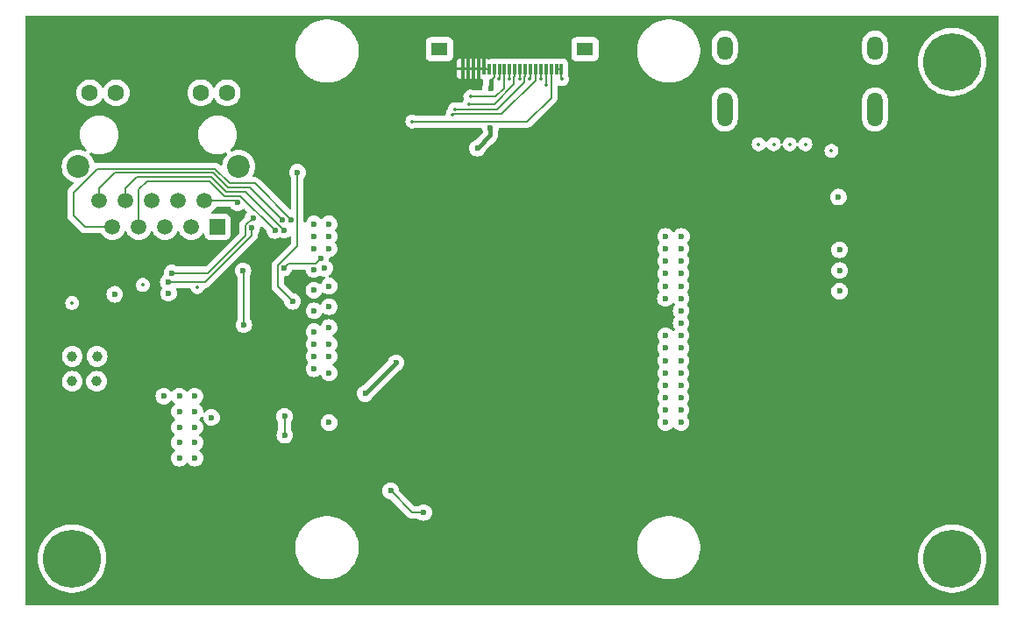
<source format=gbr>
%TF.GenerationSoftware,KiCad,Pcbnew,8.0.1*%
%TF.CreationDate,2024-06-09T20:13:55+02:00*%
%TF.ProjectId,daqIONA_CTRL,64617149-4f4e-4415-9f43-54524c2e6b69,rev?*%
%TF.SameCoordinates,Original*%
%TF.FileFunction,Copper,L4,Bot*%
%TF.FilePolarity,Positive*%
%FSLAX46Y46*%
G04 Gerber Fmt 4.6, Leading zero omitted, Abs format (unit mm)*
G04 Created by KiCad (PCBNEW 8.0.1) date 2024-06-09 20:13:55*
%MOMM*%
%LPD*%
G01*
G04 APERTURE LIST*
%TA.AperFunction,SMDPad,CuDef*%
%ADD10R,0.300000X1.000000*%
%TD*%
%TA.AperFunction,SMDPad,CuDef*%
%ADD11R,1.650000X1.300000*%
%TD*%
%TA.AperFunction,ComponentPad*%
%ADD12C,5.600000*%
%TD*%
%TA.AperFunction,ComponentPad*%
%ADD13C,1.000000*%
%TD*%
%TA.AperFunction,ComponentPad*%
%ADD14R,1.500000X1.500000*%
%TD*%
%TA.AperFunction,ComponentPad*%
%ADD15C,1.500000*%
%TD*%
%TA.AperFunction,ComponentPad*%
%ADD16C,1.600000*%
%TD*%
%TA.AperFunction,ComponentPad*%
%ADD17C,2.200000*%
%TD*%
%TA.AperFunction,ComponentPad*%
%ADD18O,1.500000X3.300000*%
%TD*%
%TA.AperFunction,ComponentPad*%
%ADD19O,1.500000X2.300000*%
%TD*%
%TA.AperFunction,ViaPad*%
%ADD20C,0.600000*%
%TD*%
%TA.AperFunction,ViaPad*%
%ADD21C,0.350000*%
%TD*%
%TA.AperFunction,Conductor*%
%ADD22C,0.200000*%
%TD*%
%TA.AperFunction,Conductor*%
%ADD23C,0.400000*%
%TD*%
G04 APERTURE END LIST*
D10*
%TO.P,J15,1,Pin_1*%
%TO.N,+5V*%
X139010000Y-87560000D03*
%TO.P,J15,2,Pin_2*%
X139510000Y-87560000D03*
%TO.P,J15,3,Pin_3*%
X140010000Y-87560000D03*
%TO.P,J15,4,Pin_4*%
X140510000Y-87560000D03*
%TO.P,J15,5,Pin_5*%
X141010000Y-87560000D03*
%TO.P,J15,6,Pin_6*%
X141510000Y-87560000D03*
%TO.P,J15,7,Pin_7*%
%TO.N,/(5) RPI SbC/RPI_3V3*%
X142010000Y-87560000D03*
%TO.P,J15,8,Pin_8*%
%TO.N,GND*%
X142510000Y-87560000D03*
%TO.P,J15,9,Pin_9*%
%TO.N,/(5) RPI SbC/SPI0_~{CS}*%
X143010000Y-87560000D03*
%TO.P,J15,10,Pin_10*%
%TO.N,GND*%
X143510000Y-87560000D03*
%TO.P,J15,11,Pin_11*%
%TO.N,/(5) RPI SbC/SPI0_MOSI*%
X144010000Y-87560000D03*
%TO.P,J15,12,Pin_12*%
%TO.N,GND*%
X144510000Y-87560000D03*
%TO.P,J15,13,Pin_13*%
%TO.N,/(5) RPI SbC/SPI0_SCLK*%
X145010000Y-87560000D03*
%TO.P,J15,14,Pin_14*%
%TO.N,GND*%
X145510000Y-87560000D03*
%TO.P,J15,15,Pin_15*%
%TO.N,/(5) RPI SbC/SPI0_MISO*%
X146010000Y-87560000D03*
%TO.P,J15,16,Pin_16*%
%TO.N,GND*%
X146510000Y-87560000D03*
%TO.P,J15,17,Pin_17*%
%TO.N,/(5) RPI SbC/Ext_AUX*%
X147010000Y-87560000D03*
%TO.P,J15,18,Pin_18*%
%TO.N,/(5) RPI SbC/Ext_RELAY*%
X147510000Y-87560000D03*
%TO.P,J15,19,Pin_19*%
%TO.N,GND*%
X148010000Y-87560000D03*
%TO.P,J15,20,Pin_20*%
X148510000Y-87560000D03*
D11*
%TO.P,J15,Z1*%
%TO.N,N/C*%
X136735000Y-85660000D03*
%TO.P,J15,Z2*%
X150785000Y-85660000D03*
%TD*%
D12*
%TO.P,H7,1,1*%
%TO.N,GND*%
X101240000Y-134910000D03*
%TD*%
D13*
%TO.P,TP20,1,1*%
%TO.N,/(5) RPI SbC/TR3_TAP*%
X101260000Y-115360000D03*
%TD*%
%TO.P,TP17,1,1*%
%TO.N,/(5) RPI SbC/TR1_TAP*%
X101260000Y-117760000D03*
%TD*%
%TO.P,TP18,1,1*%
%TO.N,/(5) RPI SbC/TR0_TAP*%
X103660000Y-115360000D03*
%TD*%
D14*
%TO.P,U18,1,TRD0+*%
%TO.N,/(5) RPI SbC/TRD0_P*%
X115305000Y-102850000D03*
D15*
%TO.P,U18,2,TRD0-*%
%TO.N,/(5) RPI SbC/TRD0_N*%
X114035000Y-100310000D03*
%TO.P,U18,3,TRD1+*%
%TO.N,/(5) RPI SbC/TRD1_P*%
X112765000Y-102850000D03*
%TO.P,U18,4,CT*%
%TO.N,Net-(C78-Pad1)*%
X111495000Y-100310000D03*
%TO.P,U18,5,CT*%
X110225000Y-102850000D03*
%TO.P,U18,6,TRD1-*%
%TO.N,/(5) RPI SbC/TRD1_N*%
X108955000Y-100310000D03*
%TO.P,U18,7,TRD2+*%
%TO.N,/(5) RPI SbC/TRD2_P*%
X107685000Y-102850000D03*
%TO.P,U18,8,TRD2-*%
%TO.N,/(5) RPI SbC/TRD2_N*%
X106415000Y-100310000D03*
%TO.P,U18,9,TRD3+*%
%TO.N,/(5) RPI SbC/TRD3_P*%
X105145000Y-102850000D03*
%TO.P,U18,10,TRD3-*%
%TO.N,/(5) RPI SbC/TRD3_N*%
X103875000Y-100310000D03*
D16*
%TO.P,U18,11,VC1*%
%TO.N,/(5) RPI SbC/TR0_TAP*%
X116220000Y-89880000D03*
%TO.P,U18,12,VC2*%
%TO.N,/(5) RPI SbC/TR1_TAP*%
X113680000Y-89880000D03*
%TO.P,U18,13,VC3*%
%TO.N,/(5) RPI SbC/TR2_TAP*%
X105500000Y-89880000D03*
%TO.P,U18,14,VC4*%
%TO.N,/(5) RPI SbC/TR3_TAP*%
X102960000Y-89880000D03*
D17*
%TO.P,U18,SH*%
%TO.N,N/C*%
X117335000Y-97010000D03*
X101845000Y-97010000D03*
%TD*%
D13*
%TO.P,TP19,1,1*%
%TO.N,/(5) RPI SbC/TR2_TAP*%
X103610000Y-117760000D03*
%TD*%
D12*
%TO.P,H6,1,1*%
%TO.N,GND*%
X186240000Y-86910000D03*
%TD*%
D18*
%TO.P,J12,SH,SH*%
%TO.N,GND*%
X164290000Y-91490000D03*
X178790000Y-91490000D03*
D19*
X164290000Y-85530000D03*
X178790000Y-85530000D03*
%TD*%
D12*
%TO.P,H8,1,1*%
%TO.N,GND*%
X186240000Y-134910000D03*
%TD*%
D20*
%TO.N,GND*%
X113100000Y-125200000D03*
X113100000Y-123700000D03*
X113100000Y-122200000D03*
X113100000Y-120700000D03*
X111600000Y-125200000D03*
X111600000Y-123700000D03*
X111600000Y-122200000D03*
X111600000Y-120700000D03*
X113100000Y-119200000D03*
X111600000Y-119200000D03*
X110100000Y-119200000D03*
%TO.N,+5V*%
X107270000Y-114680000D03*
X116770000Y-121460000D03*
X171470000Y-103710000D03*
X170700000Y-103710000D03*
%TO.N,GND*%
X175360000Y-105060000D03*
X126070000Y-112560000D03*
X160060000Y-118160000D03*
X158560000Y-113360000D03*
X125640000Y-106840000D03*
D21*
X143460000Y-88560000D03*
X169005000Y-94860000D03*
D20*
X160060000Y-119360000D03*
X158560000Y-103760000D03*
X160060000Y-107360000D03*
D21*
X170560000Y-94860000D03*
D20*
X126070000Y-121760000D03*
D21*
X108060000Y-108460000D03*
D20*
X124610000Y-116560000D03*
X124600000Y-103770000D03*
X124610000Y-104970000D03*
X126070000Y-104960000D03*
X124600000Y-108960000D03*
X158560000Y-104960000D03*
X158560000Y-120560000D03*
X126070000Y-110560000D03*
X105360000Y-109360000D03*
X160060000Y-108560000D03*
X160060000Y-110960000D03*
X158560000Y-121760000D03*
X160060000Y-115760000D03*
X160060000Y-120560000D03*
D21*
X167560000Y-94860000D03*
D20*
X160060000Y-116960000D03*
X126070000Y-116960000D03*
X126070000Y-102560000D03*
X158537181Y-109769819D03*
X160060000Y-112160000D03*
D21*
X101260000Y-110197500D03*
D20*
X158560000Y-114560000D03*
X158560000Y-108560000D03*
X124610000Y-115360000D03*
X158560000Y-115760000D03*
D21*
X172060000Y-94860000D03*
X174586219Y-95486219D03*
D20*
X114710000Y-121260000D03*
X124630000Y-110960000D03*
X126070000Y-114160000D03*
X160060000Y-109760000D03*
X160060000Y-114560000D03*
D21*
X148560000Y-88560000D03*
X142460000Y-88560000D03*
D20*
X126070000Y-115360000D03*
X126070000Y-103760000D03*
X158560000Y-107360000D03*
X175360000Y-109060000D03*
X158560000Y-118160000D03*
D21*
X146560000Y-88560000D03*
X113360000Y-108660000D03*
X144460000Y-88560000D03*
D20*
X158560000Y-119360000D03*
X160060000Y-121760000D03*
X160060000Y-104960000D03*
X158560000Y-106160000D03*
X175360000Y-107060000D03*
X160060000Y-106160000D03*
X124610002Y-102559999D03*
X160104876Y-103753046D03*
X124600000Y-106960000D03*
X158560000Y-116960000D03*
X175260000Y-99960000D03*
X126070000Y-108560000D03*
X110560000Y-109260000D03*
D21*
X145460000Y-88560000D03*
D20*
X160060000Y-113360000D03*
X124610000Y-114160000D03*
X124620000Y-112970000D03*
%TO.N,+5V*%
X123108768Y-119761648D03*
X123170000Y-118160000D03*
X124612827Y-117756196D03*
X123170000Y-118960000D03*
%TO.N,/(5) RPI SbC/RPI_3V3*%
X135210000Y-130460000D03*
X132010735Y-128359265D03*
X140390000Y-95230000D03*
X141670000Y-89450000D03*
X132545000Y-115985000D03*
X129550000Y-118950000D03*
X141650000Y-93260000D03*
%TO.N,Net-(U17A-ETHERNET_~{LED3})*%
X117840000Y-112310000D03*
X117745735Y-107095735D03*
%TO.N,Net-(U17A-EEPROM_~{WP})*%
X121700000Y-106830000D03*
X125260000Y-105880000D03*
%TO.N,/(5) RPI SbC/LED~{ACT}*%
X121785000Y-122985000D03*
X121759265Y-121160735D03*
%TO.N,/(5) RPI SbC/TRD0_N*%
X117224265Y-100510000D03*
%TO.N,/(5) RPI SbC/TRD1_N*%
X110540000Y-108150000D03*
X118599265Y-102949265D03*
%TO.N,/(5) RPI SbC/TRD1_P*%
X118715000Y-101985000D03*
X110890000Y-107290000D03*
%TO.N,/(5) RPI SbC/TRD3_N*%
X121548499Y-102147029D03*
%TO.N,/(5) RPI SbC/TRD2_N*%
X121716470Y-103163530D03*
%TO.N,/(5) RPI SbC/TRD2_P*%
X120830000Y-103190000D03*
%TO.N,/(5) RPI SbC/TRD3_P*%
X122410000Y-102160000D03*
D21*
%TO.N,/(5) RPI SbC/SPI0_MOSI*%
X139610000Y-90985000D03*
%TO.N,/(5) RPI SbC/Ext_AUX*%
X147006967Y-89101281D03*
D20*
%TO.N,/(5) RPI SbC/SPI0_~{CS}*%
X123010000Y-97560000D03*
X122540000Y-110040000D03*
D21*
X139710000Y-90260000D03*
%TO.N,/(5) RPI SbC/Ext_RELAY*%
X134110000Y-92660000D03*
%TO.N,/(5) RPI SbC/SPI0_SCLK*%
X138210000Y-91460000D03*
%TO.N,/(5) RPI SbC/SPI0_MISO*%
X138001866Y-91969101D03*
%TD*%
D22*
%TO.N,GND*%
X142510000Y-87560000D02*
X142510000Y-88510000D01*
X148510000Y-88510000D02*
X148560000Y-88560000D01*
X145510000Y-87560000D02*
X145510000Y-88510000D01*
X146510000Y-87560000D02*
X146510000Y-88510000D01*
X143510000Y-88510000D02*
X143460000Y-88560000D01*
X146510000Y-88510000D02*
X146560000Y-88560000D01*
X148010000Y-87560000D02*
X148510000Y-87560000D01*
X145510000Y-88510000D02*
X145460000Y-88560000D01*
X144510000Y-87560000D02*
X144510000Y-88510000D01*
X144510000Y-88510000D02*
X144460000Y-88560000D01*
X148510000Y-87560000D02*
X148510000Y-88510000D01*
X143510000Y-87560000D02*
X143510000Y-88510000D01*
X142510000Y-88510000D02*
X142460000Y-88560000D01*
%TO.N,+5V*%
X141510000Y-87560000D02*
X139010000Y-87560000D01*
%TO.N,/(5) RPI SbC/RPI_3V3*%
X132010735Y-128359265D02*
X134111470Y-130460000D01*
X141670000Y-88678248D02*
X142010000Y-88338248D01*
X142010000Y-88338248D02*
X142010000Y-87560000D01*
X141985000Y-87585000D02*
X142010000Y-87560000D01*
D23*
X141670000Y-89450000D02*
X141670000Y-88678248D01*
D22*
X134111470Y-130460000D02*
X135210000Y-130460000D01*
D23*
X141650000Y-93970000D02*
X140390000Y-95230000D01*
X141670000Y-89450000D02*
X141640000Y-89410000D01*
X129590000Y-118950000D02*
X129550000Y-118950000D01*
D22*
X132545000Y-115985000D02*
X132545000Y-115995000D01*
D23*
X132545000Y-115995000D02*
X129590000Y-118950000D01*
X141650000Y-93260000D02*
X141650000Y-93970000D01*
D22*
%TO.N,Net-(U17A-ETHERNET_~{LED3})*%
X117745735Y-107095735D02*
X117840000Y-107190000D01*
X117840000Y-107190000D02*
X117840000Y-112310000D01*
%TO.N,Net-(U17A-EEPROM_~{WP})*%
X121700000Y-106830000D02*
X122170000Y-106360000D01*
X122170000Y-106360000D02*
X124780000Y-106360000D01*
X124780000Y-106360000D02*
X125260000Y-105880000D01*
%TO.N,/(5) RPI SbC/LED~{ACT}*%
X121785000Y-122985000D02*
X121759265Y-122959265D01*
X121759265Y-122959265D02*
X121759265Y-121160735D01*
%TO.N,/(5) RPI SbC/TRD0_N*%
X117224265Y-100510000D02*
X117024265Y-100310000D01*
X117024265Y-100310000D02*
X114035000Y-100310000D01*
%TO.N,/(5) RPI SbC/TRD1_N*%
X114095686Y-108150000D02*
X110540000Y-108150000D01*
X118599265Y-102949265D02*
X118599265Y-103646421D01*
X118599265Y-103646421D02*
X114095686Y-108150000D01*
%TO.N,/(5) RPI SbC/TRD1_P*%
X117999265Y-102700736D02*
X117999265Y-103680735D01*
X114390000Y-107290000D02*
X110890000Y-107290000D01*
X118715000Y-101985000D02*
X117999265Y-102700736D01*
X117999265Y-103680735D02*
X114390000Y-107290000D01*
%TO.N,/(5) RPI SbC/TRD3_N*%
X118441470Y-99040000D02*
X116294314Y-99040000D01*
X114874314Y-97620000D02*
X105340000Y-97620000D01*
X103875000Y-99085000D02*
X103875000Y-100310000D01*
X105340000Y-97620000D02*
X103875000Y-99085000D01*
X121548499Y-102147029D02*
X118441470Y-99040000D01*
X116294314Y-99040000D02*
X114874314Y-97620000D01*
%TO.N,/(5) RPI SbC/TRD2_N*%
X107530000Y-98020000D02*
X106415000Y-99135000D01*
X106415000Y-99135000D02*
X106415000Y-100310000D01*
X114708629Y-98020000D02*
X107530000Y-98020000D01*
X121713530Y-103163530D02*
X117990000Y-99440000D01*
X121716470Y-103163530D02*
X121713530Y-103163530D01*
X116128629Y-99440000D02*
X114708629Y-98020000D01*
X117990000Y-99440000D02*
X116128629Y-99440000D01*
%TO.N,/(5) RPI SbC/TRD2_P*%
X108480000Y-98420000D02*
X114542943Y-98420000D01*
X117480000Y-99840000D02*
X120830000Y-103190000D01*
X114542943Y-98420000D02*
X115962943Y-99840000D01*
X115962943Y-99840000D02*
X117480000Y-99840000D01*
X107685000Y-102850000D02*
X107685000Y-99215000D01*
X107685000Y-99215000D02*
X108480000Y-98420000D01*
%TO.N,/(5) RPI SbC/TRD3_P*%
X101380000Y-101730000D02*
X102500000Y-102850000D01*
X122410000Y-102160000D02*
X118889999Y-98640000D01*
X115040000Y-97220000D02*
X103690000Y-97220000D01*
X118889999Y-98640000D02*
X116460000Y-98640000D01*
X116460000Y-98640000D02*
X115040000Y-97220000D01*
X103690000Y-97220000D02*
X101380000Y-99530000D01*
X102500000Y-102850000D02*
X105145000Y-102850000D01*
X101380000Y-99530000D02*
X101380000Y-101730000D01*
%TO.N,/(5) RPI SbC/SPI0_MOSI*%
X139610000Y-90985000D02*
X141999215Y-90985000D01*
X143935000Y-89049215D02*
X143935000Y-88335000D01*
X143935000Y-88335000D02*
X144010000Y-88260000D01*
X144010000Y-87560000D02*
X143985000Y-87585000D01*
X144010000Y-88260000D02*
X144010000Y-87560000D01*
X141999215Y-90985000D02*
X143935000Y-89049215D01*
%TO.N,/(5) RPI SbC/Ext_AUX*%
X147006967Y-89101281D02*
X147035000Y-89073248D01*
X147035000Y-87585000D02*
X147010000Y-87560000D01*
X147035000Y-89073248D02*
X147035000Y-87585000D01*
%TO.N,/(5) RPI SbC/SPI0_~{CS}*%
X143010000Y-88288248D02*
X142935000Y-88363248D01*
X142158529Y-90260000D02*
X139710000Y-90260000D01*
X142935000Y-89483529D02*
X142158529Y-90260000D01*
X123010000Y-97560000D02*
X123010000Y-104671471D01*
X142935000Y-88363248D02*
X142935000Y-89483529D01*
X121100000Y-106581471D02*
X121100000Y-108600000D01*
X123010000Y-104671471D02*
X121100000Y-106581471D01*
X121100000Y-108600000D02*
X122540000Y-110040000D01*
X143010000Y-87560000D02*
X143010000Y-88288248D01*
%TO.N,/(5) RPI SbC/Ext_RELAY*%
X145210000Y-92660000D02*
X147510000Y-90360000D01*
X134110000Y-92660000D02*
X145210000Y-92660000D01*
X147510000Y-90360000D02*
X147510000Y-87560000D01*
%TO.N,/(5) RPI SbC/SPI0_SCLK*%
X144935000Y-88335000D02*
X145010000Y-88260000D01*
X145010000Y-88260000D02*
X145010000Y-87560000D01*
X142310000Y-91460000D02*
X144935000Y-88835000D01*
X138210000Y-91460000D02*
X142310000Y-91460000D01*
X144935000Y-88835000D02*
X144935000Y-88335000D01*
%TO.N,/(5) RPI SbC/SPI0_MISO*%
X142731752Y-91960000D02*
X146010000Y-88681752D01*
X138010967Y-91960000D02*
X142731752Y-91960000D01*
X138001866Y-91969101D02*
X138010967Y-91960000D01*
X146010000Y-88681752D02*
X146010000Y-87560000D01*
%TD*%
%TA.AperFunction,Conductor*%
%TO.N,+5V*%
G36*
X190682539Y-82430185D02*
G01*
X190728294Y-82482989D01*
X190739500Y-82534500D01*
X190739500Y-139285500D01*
X190719815Y-139352539D01*
X190667011Y-139398294D01*
X190615500Y-139409500D01*
X96864500Y-139409500D01*
X96797461Y-139389815D01*
X96751706Y-139337011D01*
X96740500Y-139285500D01*
X96740500Y-134910002D01*
X97934652Y-134910002D01*
X97954028Y-135267368D01*
X97954029Y-135267385D01*
X98011926Y-135620539D01*
X98011932Y-135620565D01*
X98107672Y-135965392D01*
X98107674Y-135965399D01*
X98240142Y-136297870D01*
X98240151Y-136297888D01*
X98407784Y-136614077D01*
X98407787Y-136614082D01*
X98407789Y-136614085D01*
X98582753Y-136872138D01*
X98608631Y-136910305D01*
X98608641Y-136910319D01*
X98840331Y-137183085D01*
X98840332Y-137183086D01*
X99100163Y-137429211D01*
X99385081Y-137645800D01*
X99691747Y-137830315D01*
X99691749Y-137830316D01*
X99691751Y-137830317D01*
X99691755Y-137830319D01*
X100016552Y-137980585D01*
X100016565Y-137980591D01*
X100355726Y-138094868D01*
X100705254Y-138171805D01*
X101061052Y-138210500D01*
X101061058Y-138210500D01*
X101418942Y-138210500D01*
X101418948Y-138210500D01*
X101774746Y-138171805D01*
X102124274Y-138094868D01*
X102463435Y-137980591D01*
X102788253Y-137830315D01*
X103094919Y-137645800D01*
X103379837Y-137429211D01*
X103639668Y-137183086D01*
X103871365Y-136910311D01*
X104072211Y-136614085D01*
X104239853Y-136297880D01*
X104372324Y-135965403D01*
X104468071Y-135620552D01*
X104525972Y-135267371D01*
X104545348Y-134910000D01*
X104525972Y-134552629D01*
X104496321Y-134371768D01*
X104468073Y-134199460D01*
X104468072Y-134199459D01*
X104468071Y-134199448D01*
X104421390Y-134031318D01*
X122809500Y-134031318D01*
X122847858Y-134371768D01*
X122847861Y-134371782D01*
X122924102Y-134705816D01*
X122924103Y-134705818D01*
X123037264Y-135029216D01*
X123185922Y-135337907D01*
X123185924Y-135337910D01*
X123368211Y-135628018D01*
X123581834Y-135895893D01*
X123824107Y-136138166D01*
X124091982Y-136351789D01*
X124382090Y-136534076D01*
X124690785Y-136682736D01*
X125014183Y-136795897D01*
X125348217Y-136872139D01*
X125348226Y-136872140D01*
X125348231Y-136872141D01*
X125575197Y-136897713D01*
X125688682Y-136910499D01*
X125688685Y-136910500D01*
X125688688Y-136910500D01*
X126031315Y-136910500D01*
X126031316Y-136910499D01*
X126205311Y-136890895D01*
X126371768Y-136872141D01*
X126371771Y-136872140D01*
X126371783Y-136872139D01*
X126705817Y-136795897D01*
X127029215Y-136682736D01*
X127337910Y-136534076D01*
X127628018Y-136351789D01*
X127895893Y-136138166D01*
X128138166Y-135895893D01*
X128351789Y-135628018D01*
X128534076Y-135337910D01*
X128682736Y-135029215D01*
X128795897Y-134705817D01*
X128872139Y-134371783D01*
X128910499Y-134031318D01*
X155809500Y-134031318D01*
X155847858Y-134371768D01*
X155847861Y-134371782D01*
X155924102Y-134705816D01*
X155924103Y-134705818D01*
X156037264Y-135029216D01*
X156185922Y-135337907D01*
X156185924Y-135337910D01*
X156368211Y-135628018D01*
X156581834Y-135895893D01*
X156824107Y-136138166D01*
X157091982Y-136351789D01*
X157382090Y-136534076D01*
X157690785Y-136682736D01*
X158014183Y-136795897D01*
X158348217Y-136872139D01*
X158348226Y-136872140D01*
X158348231Y-136872141D01*
X158575197Y-136897713D01*
X158688682Y-136910499D01*
X158688685Y-136910500D01*
X158688688Y-136910500D01*
X159031315Y-136910500D01*
X159031316Y-136910499D01*
X159205311Y-136890895D01*
X159371768Y-136872141D01*
X159371771Y-136872140D01*
X159371783Y-136872139D01*
X159705817Y-136795897D01*
X160029215Y-136682736D01*
X160337910Y-136534076D01*
X160628018Y-136351789D01*
X160895893Y-136138166D01*
X161138166Y-135895893D01*
X161351789Y-135628018D01*
X161534076Y-135337910D01*
X161682736Y-135029215D01*
X161724450Y-134910002D01*
X182934652Y-134910002D01*
X182954028Y-135267368D01*
X182954029Y-135267385D01*
X183011926Y-135620539D01*
X183011932Y-135620565D01*
X183107672Y-135965392D01*
X183107674Y-135965399D01*
X183240142Y-136297870D01*
X183240151Y-136297888D01*
X183407784Y-136614077D01*
X183407787Y-136614082D01*
X183407789Y-136614085D01*
X183582753Y-136872138D01*
X183608631Y-136910305D01*
X183608641Y-136910319D01*
X183840331Y-137183085D01*
X183840332Y-137183086D01*
X184100163Y-137429211D01*
X184385081Y-137645800D01*
X184691747Y-137830315D01*
X184691749Y-137830316D01*
X184691751Y-137830317D01*
X184691755Y-137830319D01*
X185016552Y-137980585D01*
X185016565Y-137980591D01*
X185355726Y-138094868D01*
X185705254Y-138171805D01*
X186061052Y-138210500D01*
X186061058Y-138210500D01*
X186418942Y-138210500D01*
X186418948Y-138210500D01*
X186774746Y-138171805D01*
X187124274Y-138094868D01*
X187463435Y-137980591D01*
X187788253Y-137830315D01*
X188094919Y-137645800D01*
X188379837Y-137429211D01*
X188639668Y-137183086D01*
X188871365Y-136910311D01*
X189072211Y-136614085D01*
X189239853Y-136297880D01*
X189372324Y-135965403D01*
X189468071Y-135620552D01*
X189525972Y-135267371D01*
X189545348Y-134910000D01*
X189525972Y-134552629D01*
X189496321Y-134371768D01*
X189468073Y-134199460D01*
X189468072Y-134199459D01*
X189468071Y-134199448D01*
X189421389Y-134031314D01*
X189372327Y-133854607D01*
X189372325Y-133854600D01*
X189239857Y-133522129D01*
X189239848Y-133522111D01*
X189072215Y-133205922D01*
X189072213Y-133205919D01*
X189072211Y-133205915D01*
X188871365Y-132909689D01*
X188871361Y-132909684D01*
X188871358Y-132909680D01*
X188639668Y-132636914D01*
X188379837Y-132390789D01*
X188379830Y-132390783D01*
X188379827Y-132390781D01*
X188312245Y-132339407D01*
X188094919Y-132174200D01*
X187788253Y-131989685D01*
X187788252Y-131989684D01*
X187788248Y-131989682D01*
X187788244Y-131989680D01*
X187463447Y-131839414D01*
X187463441Y-131839411D01*
X187463435Y-131839409D01*
X187293854Y-131782270D01*
X187124273Y-131725131D01*
X186774744Y-131648194D01*
X186418949Y-131609500D01*
X186418948Y-131609500D01*
X186061052Y-131609500D01*
X186061050Y-131609500D01*
X185705255Y-131648194D01*
X185355726Y-131725131D01*
X185099970Y-131811306D01*
X185016565Y-131839409D01*
X185016563Y-131839410D01*
X185016552Y-131839414D01*
X184691755Y-131989680D01*
X184691751Y-131989682D01*
X184463367Y-132127096D01*
X184385081Y-132174200D01*
X184296768Y-132241333D01*
X184100172Y-132390781D01*
X184100163Y-132390789D01*
X183840331Y-132636914D01*
X183608641Y-132909680D01*
X183608634Y-132909690D01*
X183407790Y-133205913D01*
X183407784Y-133205922D01*
X183240151Y-133522111D01*
X183240142Y-133522129D01*
X183107674Y-133854600D01*
X183107672Y-133854607D01*
X183011932Y-134199434D01*
X183011926Y-134199460D01*
X182954029Y-134552614D01*
X182954028Y-134552631D01*
X182934652Y-134909997D01*
X182934652Y-134910002D01*
X161724450Y-134910002D01*
X161795897Y-134705817D01*
X161872139Y-134371783D01*
X161910500Y-134031312D01*
X161910500Y-133688688D01*
X161872139Y-133348217D01*
X161795897Y-133014183D01*
X161682736Y-132690785D01*
X161534076Y-132382090D01*
X161351789Y-132091982D01*
X161138166Y-131824107D01*
X160895893Y-131581834D01*
X160628018Y-131368211D01*
X160337910Y-131185924D01*
X160337907Y-131185922D01*
X160029216Y-131037264D01*
X159705818Y-130924103D01*
X159705816Y-130924102D01*
X159448024Y-130865262D01*
X159371783Y-130847861D01*
X159371780Y-130847860D01*
X159371768Y-130847858D01*
X159031318Y-130809500D01*
X159031312Y-130809500D01*
X158688688Y-130809500D01*
X158688681Y-130809500D01*
X158348231Y-130847858D01*
X158348217Y-130847861D01*
X158014183Y-130924102D01*
X158014181Y-130924103D01*
X157690783Y-131037264D01*
X157382092Y-131185922D01*
X157091983Y-131368210D01*
X156824107Y-131581833D01*
X156581833Y-131824107D01*
X156368210Y-132091983D01*
X156185922Y-132382092D01*
X156037264Y-132690783D01*
X155924103Y-133014181D01*
X155924102Y-133014183D01*
X155847861Y-133348217D01*
X155847858Y-133348231D01*
X155809500Y-133688681D01*
X155809500Y-134031318D01*
X128910499Y-134031318D01*
X128910500Y-134031312D01*
X128910500Y-133688688D01*
X128872139Y-133348217D01*
X128795897Y-133014183D01*
X128682736Y-132690785D01*
X128534076Y-132382090D01*
X128351789Y-132091982D01*
X128138166Y-131824107D01*
X127895893Y-131581834D01*
X127628018Y-131368211D01*
X127337910Y-131185924D01*
X127337907Y-131185922D01*
X127029216Y-131037264D01*
X126705818Y-130924103D01*
X126705816Y-130924102D01*
X126448024Y-130865262D01*
X126371783Y-130847861D01*
X126371780Y-130847860D01*
X126371768Y-130847858D01*
X126031318Y-130809500D01*
X126031312Y-130809500D01*
X125688688Y-130809500D01*
X125688681Y-130809500D01*
X125348231Y-130847858D01*
X125348217Y-130847861D01*
X125014183Y-130924102D01*
X125014181Y-130924103D01*
X124690783Y-131037264D01*
X124382092Y-131185922D01*
X124091983Y-131368210D01*
X123824107Y-131581833D01*
X123581833Y-131824107D01*
X123368210Y-132091983D01*
X123185922Y-132382092D01*
X123037264Y-132690783D01*
X122924103Y-133014181D01*
X122924102Y-133014183D01*
X122847861Y-133348217D01*
X122847858Y-133348231D01*
X122809500Y-133688681D01*
X122809500Y-134031318D01*
X104421390Y-134031318D01*
X104421389Y-134031314D01*
X104372327Y-133854607D01*
X104372325Y-133854600D01*
X104239857Y-133522129D01*
X104239848Y-133522111D01*
X104072215Y-133205922D01*
X104072213Y-133205919D01*
X104072211Y-133205915D01*
X103871365Y-132909689D01*
X103871361Y-132909684D01*
X103871358Y-132909680D01*
X103639668Y-132636914D01*
X103379837Y-132390789D01*
X103379830Y-132390783D01*
X103379827Y-132390781D01*
X103312245Y-132339407D01*
X103094919Y-132174200D01*
X102788253Y-131989685D01*
X102788252Y-131989684D01*
X102788248Y-131989682D01*
X102788244Y-131989680D01*
X102463447Y-131839414D01*
X102463441Y-131839411D01*
X102463435Y-131839409D01*
X102293854Y-131782270D01*
X102124273Y-131725131D01*
X101774744Y-131648194D01*
X101418949Y-131609500D01*
X101418948Y-131609500D01*
X101061052Y-131609500D01*
X101061050Y-131609500D01*
X100705255Y-131648194D01*
X100355726Y-131725131D01*
X100099970Y-131811306D01*
X100016565Y-131839409D01*
X100016563Y-131839410D01*
X100016552Y-131839414D01*
X99691755Y-131989680D01*
X99691751Y-131989682D01*
X99463367Y-132127096D01*
X99385081Y-132174200D01*
X99296768Y-132241333D01*
X99100172Y-132390781D01*
X99100163Y-132390789D01*
X98840331Y-132636914D01*
X98608641Y-132909680D01*
X98608634Y-132909690D01*
X98407790Y-133205913D01*
X98407784Y-133205922D01*
X98240151Y-133522111D01*
X98240142Y-133522129D01*
X98107674Y-133854600D01*
X98107672Y-133854607D01*
X98011932Y-134199434D01*
X98011926Y-134199460D01*
X97954029Y-134552614D01*
X97954028Y-134552631D01*
X97934652Y-134909997D01*
X97934652Y-134910002D01*
X96740500Y-134910002D01*
X96740500Y-128359268D01*
X131205170Y-128359268D01*
X131225365Y-128538514D01*
X131225366Y-128538519D01*
X131284946Y-128708788D01*
X131380919Y-128861527D01*
X131508473Y-128989081D01*
X131661213Y-129085054D01*
X131831480Y-129144633D01*
X131918404Y-129154426D01*
X131982815Y-129181491D01*
X131992200Y-129189965D01*
X133626609Y-130824374D01*
X133626619Y-130824385D01*
X133630949Y-130828715D01*
X133630950Y-130828716D01*
X133742754Y-130940520D01*
X133829565Y-130990639D01*
X133829567Y-130990641D01*
X133867621Y-131012611D01*
X133879685Y-131019577D01*
X134032413Y-131060501D01*
X134032416Y-131060501D01*
X134198123Y-131060501D01*
X134198139Y-131060500D01*
X134627588Y-131060500D01*
X134694627Y-131080185D01*
X134704903Y-131087555D01*
X134707736Y-131089814D01*
X134707738Y-131089816D01*
X134860478Y-131185789D01*
X135030745Y-131245368D01*
X135030750Y-131245369D01*
X135209996Y-131265565D01*
X135210000Y-131265565D01*
X135210004Y-131265565D01*
X135389249Y-131245369D01*
X135389252Y-131245368D01*
X135389255Y-131245368D01*
X135559522Y-131185789D01*
X135712262Y-131089816D01*
X135839816Y-130962262D01*
X135935789Y-130809522D01*
X135995368Y-130639255D01*
X136015565Y-130460000D01*
X135995368Y-130280745D01*
X135935789Y-130110478D01*
X135839816Y-129957738D01*
X135712262Y-129830184D01*
X135701117Y-129823181D01*
X135559523Y-129734211D01*
X135389254Y-129674631D01*
X135389249Y-129674630D01*
X135210004Y-129654435D01*
X135209996Y-129654435D01*
X135030750Y-129674630D01*
X135030745Y-129674631D01*
X134860476Y-129734211D01*
X134707736Y-129830185D01*
X134704903Y-129832445D01*
X134702724Y-129833334D01*
X134701842Y-129833889D01*
X134701744Y-129833734D01*
X134640217Y-129858855D01*
X134627588Y-129859500D01*
X134411567Y-129859500D01*
X134344528Y-129839815D01*
X134323886Y-129823181D01*
X132841435Y-128340730D01*
X132807950Y-128279407D01*
X132805898Y-128266951D01*
X132796103Y-128180010D01*
X132736524Y-128009743D01*
X132640551Y-127857003D01*
X132512997Y-127729449D01*
X132360258Y-127633476D01*
X132189989Y-127573896D01*
X132189984Y-127573895D01*
X132010739Y-127553700D01*
X132010731Y-127553700D01*
X131831485Y-127573895D01*
X131831480Y-127573896D01*
X131661211Y-127633476D01*
X131508472Y-127729449D01*
X131380919Y-127857002D01*
X131284946Y-128009741D01*
X131225366Y-128180010D01*
X131225365Y-128180015D01*
X131205170Y-128359261D01*
X131205170Y-128359268D01*
X96740500Y-128359268D01*
X96740500Y-119200003D01*
X109294435Y-119200003D01*
X109314630Y-119379249D01*
X109314631Y-119379254D01*
X109374211Y-119549523D01*
X109453549Y-119675788D01*
X109470184Y-119702262D01*
X109597738Y-119829816D01*
X109750478Y-119925789D01*
X109888860Y-119974211D01*
X109920745Y-119985368D01*
X109920750Y-119985369D01*
X110099996Y-120005565D01*
X110100000Y-120005565D01*
X110100004Y-120005565D01*
X110279249Y-119985369D01*
X110279252Y-119985368D01*
X110279255Y-119985368D01*
X110449522Y-119925789D01*
X110602262Y-119829816D01*
X110729816Y-119702262D01*
X110745007Y-119678084D01*
X110797339Y-119631796D01*
X110866393Y-119621146D01*
X110930242Y-119649521D01*
X110954990Y-119678082D01*
X110970184Y-119702262D01*
X111097738Y-119829816D01*
X111121911Y-119845005D01*
X111121913Y-119845006D01*
X111168204Y-119897341D01*
X111178852Y-119966395D01*
X111150477Y-120030243D01*
X111121913Y-120054994D01*
X111097737Y-120070184D01*
X110970184Y-120197737D01*
X110874211Y-120350476D01*
X110814631Y-120520745D01*
X110814630Y-120520750D01*
X110794435Y-120699996D01*
X110794435Y-120700003D01*
X110814630Y-120879249D01*
X110814631Y-120879254D01*
X110874211Y-121049523D01*
X110943629Y-121160000D01*
X110970184Y-121202262D01*
X111097738Y-121329816D01*
X111113930Y-121339990D01*
X111121913Y-121345006D01*
X111168204Y-121397341D01*
X111178852Y-121466395D01*
X111150477Y-121530243D01*
X111121913Y-121554994D01*
X111097737Y-121570184D01*
X110970184Y-121697737D01*
X110874211Y-121850476D01*
X110814631Y-122020745D01*
X110814630Y-122020750D01*
X110794435Y-122199996D01*
X110794435Y-122200003D01*
X110814630Y-122379249D01*
X110814631Y-122379254D01*
X110874211Y-122549523D01*
X110954994Y-122678087D01*
X110970184Y-122702262D01*
X111097738Y-122829816D01*
X111121911Y-122845005D01*
X111121913Y-122845006D01*
X111168204Y-122897341D01*
X111178852Y-122966395D01*
X111150477Y-123030243D01*
X111121913Y-123054994D01*
X111097737Y-123070184D01*
X110970184Y-123197737D01*
X110874211Y-123350476D01*
X110814631Y-123520745D01*
X110814630Y-123520750D01*
X110794435Y-123699996D01*
X110794435Y-123700003D01*
X110814630Y-123879249D01*
X110814631Y-123879254D01*
X110874211Y-124049523D01*
X110954994Y-124178087D01*
X110970184Y-124202262D01*
X111097738Y-124329816D01*
X111121911Y-124345005D01*
X111121913Y-124345006D01*
X111168204Y-124397341D01*
X111178852Y-124466395D01*
X111150477Y-124530243D01*
X111121913Y-124554994D01*
X111097737Y-124570184D01*
X110970184Y-124697737D01*
X110874211Y-124850476D01*
X110814631Y-125020745D01*
X110814630Y-125020750D01*
X110794435Y-125199996D01*
X110794435Y-125200003D01*
X110814630Y-125379249D01*
X110814631Y-125379254D01*
X110874211Y-125549523D01*
X110954994Y-125678087D01*
X110970184Y-125702262D01*
X111097738Y-125829816D01*
X111250478Y-125925789D01*
X111420745Y-125985368D01*
X111420750Y-125985369D01*
X111599996Y-126005565D01*
X111600000Y-126005565D01*
X111600004Y-126005565D01*
X111779249Y-125985369D01*
X111779252Y-125985368D01*
X111779255Y-125985368D01*
X111949522Y-125925789D01*
X112102262Y-125829816D01*
X112229816Y-125702262D01*
X112245007Y-125678084D01*
X112297339Y-125631796D01*
X112366393Y-125621146D01*
X112430242Y-125649521D01*
X112454990Y-125678082D01*
X112470184Y-125702262D01*
X112597738Y-125829816D01*
X112750478Y-125925789D01*
X112920745Y-125985368D01*
X112920750Y-125985369D01*
X113099996Y-126005565D01*
X113100000Y-126005565D01*
X113100004Y-126005565D01*
X113279249Y-125985369D01*
X113279252Y-125985368D01*
X113279255Y-125985368D01*
X113449522Y-125925789D01*
X113602262Y-125829816D01*
X113729816Y-125702262D01*
X113825789Y-125549522D01*
X113885368Y-125379255D01*
X113905565Y-125200000D01*
X113885368Y-125020745D01*
X113825789Y-124850478D01*
X113729816Y-124697738D01*
X113602262Y-124570184D01*
X113578084Y-124554992D01*
X113531796Y-124502661D01*
X113521146Y-124433607D01*
X113549521Y-124369758D01*
X113578082Y-124345009D01*
X113602262Y-124329816D01*
X113729816Y-124202262D01*
X113825789Y-124049522D01*
X113885368Y-123879255D01*
X113895361Y-123790565D01*
X113905565Y-123700003D01*
X113905565Y-123699996D01*
X113885369Y-123520750D01*
X113885368Y-123520745D01*
X113825788Y-123350476D01*
X113729815Y-123197737D01*
X113602264Y-123070186D01*
X113602262Y-123070184D01*
X113578084Y-123054992D01*
X113531796Y-123002661D01*
X113521146Y-122933607D01*
X113549521Y-122869758D01*
X113578082Y-122845009D01*
X113602262Y-122829816D01*
X113729816Y-122702262D01*
X113825789Y-122549522D01*
X113885368Y-122379255D01*
X113901274Y-122238087D01*
X113905565Y-122200003D01*
X113905565Y-122199996D01*
X113885369Y-122020750D01*
X113885368Y-122020745D01*
X113839554Y-121889816D01*
X113825789Y-121850478D01*
X113729816Y-121697738D01*
X113602262Y-121570184D01*
X113578084Y-121554992D01*
X113531796Y-121502661D01*
X113521146Y-121433607D01*
X113549521Y-121369758D01*
X113578082Y-121345009D01*
X113602262Y-121329816D01*
X113698836Y-121233241D01*
X113760155Y-121199759D01*
X113829847Y-121204743D01*
X113885781Y-121246614D01*
X113909734Y-121307041D01*
X113924630Y-121439250D01*
X113924631Y-121439254D01*
X113984211Y-121609523D01*
X114036232Y-121692313D01*
X114080184Y-121762262D01*
X114207738Y-121889816D01*
X114360478Y-121985789D01*
X114460377Y-122020745D01*
X114530745Y-122045368D01*
X114530750Y-122045369D01*
X114709996Y-122065565D01*
X114710000Y-122065565D01*
X114710004Y-122065565D01*
X114889249Y-122045369D01*
X114889252Y-122045368D01*
X114889255Y-122045368D01*
X115059522Y-121985789D01*
X115212262Y-121889816D01*
X115339816Y-121762262D01*
X115435789Y-121609522D01*
X115495368Y-121439255D01*
X115495369Y-121439249D01*
X115515565Y-121260003D01*
X115515565Y-121259996D01*
X115504381Y-121160738D01*
X120953700Y-121160738D01*
X120973895Y-121339984D01*
X120973896Y-121339989D01*
X121033476Y-121510258D01*
X121129450Y-121662998D01*
X121131710Y-121665832D01*
X121132599Y-121668010D01*
X121133154Y-121668893D01*
X121132999Y-121668990D01*
X121158120Y-121730518D01*
X121158765Y-121743147D01*
X121158765Y-122441315D01*
X121139759Y-122507287D01*
X121059211Y-122635476D01*
X120999631Y-122805745D01*
X120999630Y-122805750D01*
X120979435Y-122984996D01*
X120979435Y-122985003D01*
X120999630Y-123164249D01*
X120999631Y-123164254D01*
X121059211Y-123334523D01*
X121112712Y-123419669D01*
X121155184Y-123487262D01*
X121282738Y-123614816D01*
X121435478Y-123710789D01*
X121605745Y-123770368D01*
X121605750Y-123770369D01*
X121784996Y-123790565D01*
X121785000Y-123790565D01*
X121785004Y-123790565D01*
X121964249Y-123770369D01*
X121964252Y-123770368D01*
X121964255Y-123770368D01*
X122134522Y-123710789D01*
X122287262Y-123614816D01*
X122414816Y-123487262D01*
X122510789Y-123334522D01*
X122570368Y-123164255D01*
X122582679Y-123054994D01*
X122590565Y-122985003D01*
X122590565Y-122984996D01*
X122570369Y-122805750D01*
X122570368Y-122805745D01*
X122534158Y-122702262D01*
X122510789Y-122635478D01*
X122508475Y-122631796D01*
X122414815Y-122482737D01*
X122396084Y-122464006D01*
X122362599Y-122402683D01*
X122359765Y-122376325D01*
X122359765Y-121760003D01*
X125264435Y-121760003D01*
X125284630Y-121939249D01*
X125284631Y-121939254D01*
X125344211Y-122109523D01*
X125424994Y-122238087D01*
X125440184Y-122262262D01*
X125567738Y-122389816D01*
X125588216Y-122402683D01*
X125715620Y-122482737D01*
X125720478Y-122485789D01*
X125781916Y-122507287D01*
X125890745Y-122545368D01*
X125890750Y-122545369D01*
X126069996Y-122565565D01*
X126070000Y-122565565D01*
X126070004Y-122565565D01*
X126249249Y-122545369D01*
X126249252Y-122545368D01*
X126249255Y-122545368D01*
X126419522Y-122485789D01*
X126572262Y-122389816D01*
X126699816Y-122262262D01*
X126795789Y-122109522D01*
X126855368Y-121939255D01*
X126857575Y-121919669D01*
X126875565Y-121760003D01*
X126875565Y-121759996D01*
X126855369Y-121580750D01*
X126855368Y-121580745D01*
X126846357Y-121554994D01*
X126795789Y-121410478D01*
X126787534Y-121397341D01*
X126701237Y-121260000D01*
X126699816Y-121257738D01*
X126572262Y-121130184D01*
X126550748Y-121116666D01*
X126419523Y-121034211D01*
X126249254Y-120974631D01*
X126249249Y-120974630D01*
X126070004Y-120954435D01*
X126069996Y-120954435D01*
X125890750Y-120974630D01*
X125890745Y-120974631D01*
X125720476Y-121034211D01*
X125567737Y-121130184D01*
X125440184Y-121257737D01*
X125344211Y-121410476D01*
X125284631Y-121580745D01*
X125284630Y-121580750D01*
X125264435Y-121759996D01*
X125264435Y-121760003D01*
X122359765Y-121760003D01*
X122359765Y-121743147D01*
X122379450Y-121676108D01*
X122386820Y-121665832D01*
X122389075Y-121663002D01*
X122389081Y-121662997D01*
X122485054Y-121510257D01*
X122544633Y-121339990D01*
X122544634Y-121339984D01*
X122564830Y-121160738D01*
X122564830Y-121160731D01*
X122544634Y-120981485D01*
X122544633Y-120981480D01*
X122542236Y-120974630D01*
X122485054Y-120811213D01*
X122389081Y-120658473D01*
X122261527Y-120530919D01*
X122171947Y-120474632D01*
X122108788Y-120434946D01*
X121938519Y-120375366D01*
X121938514Y-120375365D01*
X121759269Y-120355170D01*
X121759261Y-120355170D01*
X121580015Y-120375365D01*
X121580010Y-120375366D01*
X121409741Y-120434946D01*
X121257002Y-120530919D01*
X121129449Y-120658472D01*
X121033476Y-120811211D01*
X120973896Y-120981480D01*
X120973895Y-120981485D01*
X120953700Y-121160731D01*
X120953700Y-121160738D01*
X115504381Y-121160738D01*
X115495369Y-121080750D01*
X115495368Y-121080745D01*
X115492420Y-121072319D01*
X115435789Y-120910478D01*
X115435188Y-120909522D01*
X115391712Y-120840330D01*
X115339816Y-120757738D01*
X115212262Y-120630184D01*
X115100570Y-120560003D01*
X115059523Y-120534211D01*
X114889254Y-120474631D01*
X114889249Y-120474630D01*
X114710004Y-120454435D01*
X114709996Y-120454435D01*
X114530750Y-120474630D01*
X114530745Y-120474631D01*
X114360476Y-120534211D01*
X114207739Y-120630183D01*
X114111166Y-120726756D01*
X114049842Y-120760240D01*
X113980151Y-120755256D01*
X113924218Y-120713384D01*
X113900265Y-120652957D01*
X113885369Y-120520750D01*
X113885368Y-120520745D01*
X113862165Y-120454435D01*
X113825789Y-120350478D01*
X113729816Y-120197738D01*
X113602262Y-120070184D01*
X113578084Y-120054992D01*
X113531796Y-120002661D01*
X113521146Y-119933607D01*
X113549521Y-119869758D01*
X113578082Y-119845009D01*
X113602262Y-119829816D01*
X113729816Y-119702262D01*
X113825789Y-119549522D01*
X113885368Y-119379255D01*
X113887537Y-119360003D01*
X113905565Y-119200003D01*
X113905565Y-119199996D01*
X113885369Y-119020750D01*
X113885368Y-119020745D01*
X113860614Y-118950003D01*
X128744435Y-118950003D01*
X128764630Y-119129249D01*
X128764631Y-119129254D01*
X128824211Y-119299523D01*
X128920184Y-119452262D01*
X129047738Y-119579816D01*
X129200478Y-119675789D01*
X129370745Y-119735368D01*
X129370750Y-119735369D01*
X129549996Y-119755565D01*
X129550000Y-119755565D01*
X129550004Y-119755565D01*
X129729249Y-119735369D01*
X129729252Y-119735368D01*
X129729255Y-119735368D01*
X129899522Y-119675789D01*
X130052262Y-119579816D01*
X130179816Y-119452262D01*
X130275789Y-119299522D01*
X130290477Y-119257542D01*
X130319835Y-119210820D01*
X132759672Y-116770983D01*
X132806396Y-116741625D01*
X132894522Y-116710789D01*
X133047262Y-116614816D01*
X133174816Y-116487262D01*
X133270789Y-116334522D01*
X133330368Y-116164255D01*
X133330369Y-116164249D01*
X133350565Y-115985003D01*
X133350565Y-115984996D01*
X133330369Y-115805750D01*
X133330368Y-115805745D01*
X133270788Y-115635476D01*
X133231582Y-115573080D01*
X133174816Y-115482738D01*
X133047262Y-115355184D01*
X132894523Y-115259211D01*
X132724254Y-115199631D01*
X132724249Y-115199630D01*
X132545004Y-115179435D01*
X132544996Y-115179435D01*
X132365750Y-115199630D01*
X132365745Y-115199631D01*
X132195476Y-115259211D01*
X132042737Y-115355184D01*
X131915184Y-115482737D01*
X131819212Y-115635475D01*
X131819211Y-115635476D01*
X131777609Y-115754367D01*
X131748249Y-115801092D01*
X129412239Y-118137102D01*
X129365512Y-118166463D01*
X129200478Y-118224210D01*
X129047737Y-118320184D01*
X128920184Y-118447737D01*
X128824211Y-118600476D01*
X128764631Y-118770745D01*
X128764630Y-118770750D01*
X128744435Y-118949996D01*
X128744435Y-118950003D01*
X113860614Y-118950003D01*
X113825788Y-118850476D01*
X113780783Y-118778852D01*
X113729816Y-118697738D01*
X113602262Y-118570184D01*
X113505721Y-118509523D01*
X113449523Y-118474211D01*
X113279254Y-118414631D01*
X113279249Y-118414630D01*
X113100004Y-118394435D01*
X113099996Y-118394435D01*
X112920750Y-118414630D01*
X112920745Y-118414631D01*
X112750476Y-118474211D01*
X112597737Y-118570184D01*
X112470184Y-118697737D01*
X112454994Y-118721913D01*
X112402659Y-118768204D01*
X112333605Y-118778852D01*
X112269757Y-118750477D01*
X112245006Y-118721913D01*
X112229815Y-118697737D01*
X112102262Y-118570184D01*
X111949523Y-118474211D01*
X111779254Y-118414631D01*
X111779249Y-118414630D01*
X111600004Y-118394435D01*
X111599996Y-118394435D01*
X111420750Y-118414630D01*
X111420745Y-118414631D01*
X111250476Y-118474211D01*
X111097737Y-118570184D01*
X110970184Y-118697737D01*
X110954994Y-118721913D01*
X110902659Y-118768204D01*
X110833605Y-118778852D01*
X110769757Y-118750477D01*
X110745006Y-118721913D01*
X110729815Y-118697737D01*
X110602262Y-118570184D01*
X110449523Y-118474211D01*
X110279254Y-118414631D01*
X110279249Y-118414630D01*
X110100004Y-118394435D01*
X110099996Y-118394435D01*
X109920750Y-118414630D01*
X109920745Y-118414631D01*
X109750476Y-118474211D01*
X109597737Y-118570184D01*
X109470184Y-118697737D01*
X109374211Y-118850476D01*
X109314631Y-119020745D01*
X109314630Y-119020750D01*
X109294435Y-119199996D01*
X109294435Y-119200003D01*
X96740500Y-119200003D01*
X96740500Y-117760000D01*
X100254659Y-117760000D01*
X100273975Y-117956129D01*
X100331188Y-118144733D01*
X100424086Y-118318532D01*
X100424090Y-118318539D01*
X100549116Y-118470883D01*
X100701460Y-118595909D01*
X100701467Y-118595913D01*
X100875266Y-118688811D01*
X100875269Y-118688811D01*
X100875273Y-118688814D01*
X101063868Y-118746024D01*
X101260000Y-118765341D01*
X101456132Y-118746024D01*
X101644727Y-118688814D01*
X101818538Y-118595910D01*
X101970883Y-118470883D01*
X102095910Y-118318538D01*
X102180649Y-118160003D01*
X102188811Y-118144733D01*
X102188811Y-118144732D01*
X102188814Y-118144727D01*
X102246024Y-117956132D01*
X102265341Y-117760000D01*
X102604659Y-117760000D01*
X102623975Y-117956129D01*
X102681188Y-118144733D01*
X102774086Y-118318532D01*
X102774090Y-118318539D01*
X102899116Y-118470883D01*
X103051460Y-118595909D01*
X103051467Y-118595913D01*
X103225266Y-118688811D01*
X103225269Y-118688811D01*
X103225273Y-118688814D01*
X103413868Y-118746024D01*
X103610000Y-118765341D01*
X103806132Y-118746024D01*
X103994727Y-118688814D01*
X104168538Y-118595910D01*
X104320883Y-118470883D01*
X104445910Y-118318538D01*
X104530649Y-118160003D01*
X104538811Y-118144733D01*
X104538811Y-118144732D01*
X104538814Y-118144727D01*
X104596024Y-117956132D01*
X104615341Y-117760000D01*
X104596024Y-117563868D01*
X104538814Y-117375273D01*
X104538811Y-117375269D01*
X104538811Y-117375266D01*
X104445913Y-117201467D01*
X104445909Y-117201460D01*
X104320883Y-117049116D01*
X104168539Y-116924090D01*
X104168532Y-116924086D01*
X103994733Y-116831188D01*
X103994727Y-116831186D01*
X103806132Y-116773976D01*
X103806129Y-116773975D01*
X103610000Y-116754659D01*
X103413870Y-116773975D01*
X103225266Y-116831188D01*
X103051467Y-116924086D01*
X103051460Y-116924090D01*
X102899116Y-117049116D01*
X102774090Y-117201460D01*
X102774086Y-117201467D01*
X102681188Y-117375266D01*
X102623975Y-117563870D01*
X102604659Y-117760000D01*
X102265341Y-117760000D01*
X102246024Y-117563868D01*
X102188814Y-117375273D01*
X102188811Y-117375269D01*
X102188811Y-117375266D01*
X102095913Y-117201467D01*
X102095909Y-117201460D01*
X101970883Y-117049116D01*
X101818539Y-116924090D01*
X101818532Y-116924086D01*
X101644733Y-116831188D01*
X101644727Y-116831186D01*
X101456132Y-116773976D01*
X101456129Y-116773975D01*
X101260000Y-116754659D01*
X101063870Y-116773975D01*
X100875266Y-116831188D01*
X100701467Y-116924086D01*
X100701460Y-116924090D01*
X100549116Y-117049116D01*
X100424090Y-117201460D01*
X100424086Y-117201467D01*
X100331188Y-117375266D01*
X100273975Y-117563870D01*
X100254659Y-117760000D01*
X96740500Y-117760000D01*
X96740500Y-116560003D01*
X123804435Y-116560003D01*
X123824630Y-116739249D01*
X123824631Y-116739254D01*
X123884211Y-116909523D01*
X123915926Y-116959996D01*
X123980184Y-117062262D01*
X124107738Y-117189816D01*
X124260478Y-117285789D01*
X124328306Y-117309523D01*
X124430745Y-117345368D01*
X124430750Y-117345369D01*
X124609996Y-117365565D01*
X124610000Y-117365565D01*
X124610004Y-117365565D01*
X124789249Y-117345369D01*
X124789252Y-117345368D01*
X124789255Y-117345368D01*
X124959522Y-117285789D01*
X125112262Y-117189816D01*
X125113508Y-117188569D01*
X125114511Y-117188021D01*
X125117705Y-117185475D01*
X125118150Y-117186034D01*
X125174826Y-117155081D01*
X125244518Y-117160060D01*
X125300455Y-117201927D01*
X125318235Y-117235290D01*
X125344209Y-117309519D01*
X125366735Y-117345369D01*
X125440184Y-117462262D01*
X125567738Y-117589816D01*
X125589252Y-117603334D01*
X125675833Y-117657737D01*
X125720478Y-117685789D01*
X125890745Y-117745368D01*
X125890750Y-117745369D01*
X126069996Y-117765565D01*
X126070000Y-117765565D01*
X126070004Y-117765565D01*
X126249249Y-117745369D01*
X126249252Y-117745368D01*
X126249255Y-117745368D01*
X126419522Y-117685789D01*
X126572262Y-117589816D01*
X126699816Y-117462262D01*
X126795789Y-117309522D01*
X126855368Y-117139255D01*
X126865524Y-117049116D01*
X126875565Y-116960003D01*
X126875565Y-116959996D01*
X126855369Y-116780750D01*
X126855368Y-116780745D01*
X126797307Y-116614816D01*
X126795789Y-116610478D01*
X126699816Y-116457738D01*
X126572262Y-116330184D01*
X126468510Y-116264992D01*
X126422221Y-116212659D01*
X126411573Y-116143606D01*
X126439948Y-116079757D01*
X126468509Y-116055007D01*
X126572262Y-115989816D01*
X126699816Y-115862262D01*
X126795789Y-115709522D01*
X126855368Y-115539255D01*
X126875565Y-115360000D01*
X126875022Y-115355184D01*
X126855369Y-115180750D01*
X126855368Y-115180745D01*
X126795788Y-115010476D01*
X126699815Y-114857737D01*
X126689759Y-114847681D01*
X126656274Y-114786358D01*
X126661258Y-114716666D01*
X126689759Y-114672319D01*
X126699816Y-114662262D01*
X126795789Y-114509522D01*
X126855368Y-114339255D01*
X126875565Y-114160000D01*
X126857913Y-114003334D01*
X126855369Y-113980750D01*
X126855368Y-113980745D01*
X126795788Y-113810476D01*
X126727589Y-113701939D01*
X126699816Y-113657738D01*
X126572262Y-113530184D01*
X126468510Y-113464992D01*
X126422221Y-113412659D01*
X126411573Y-113343606D01*
X126439948Y-113279757D01*
X126468509Y-113255007D01*
X126572262Y-113189816D01*
X126699816Y-113062262D01*
X126795789Y-112909522D01*
X126855368Y-112739255D01*
X126855369Y-112739249D01*
X126875565Y-112560003D01*
X126875565Y-112559996D01*
X126855369Y-112380750D01*
X126855368Y-112380745D01*
X126830612Y-112309996D01*
X126795789Y-112210478D01*
X126699816Y-112057738D01*
X126572262Y-111930184D01*
X126419523Y-111834211D01*
X126249254Y-111774631D01*
X126249249Y-111774630D01*
X126070004Y-111754435D01*
X126069996Y-111754435D01*
X125890750Y-111774630D01*
X125890745Y-111774631D01*
X125720476Y-111834211D01*
X125567737Y-111930184D01*
X125440184Y-112057737D01*
X125344209Y-112210480D01*
X125318023Y-112285315D01*
X125277301Y-112342091D01*
X125212349Y-112367838D01*
X125143787Y-112354382D01*
X125123663Y-112341302D01*
X125122264Y-112340186D01*
X125122262Y-112340184D01*
X125074229Y-112310003D01*
X124969523Y-112244211D01*
X124799254Y-112184631D01*
X124799249Y-112184630D01*
X124620004Y-112164435D01*
X124619996Y-112164435D01*
X124440750Y-112184630D01*
X124440745Y-112184631D01*
X124270476Y-112244211D01*
X124117737Y-112340184D01*
X123990184Y-112467737D01*
X123894211Y-112620476D01*
X123834631Y-112790745D01*
X123834630Y-112790750D01*
X123814435Y-112969996D01*
X123814435Y-112970003D01*
X123834630Y-113149249D01*
X123834631Y-113149254D01*
X123894211Y-113319523D01*
X123990184Y-113472262D01*
X123990241Y-113472319D01*
X123990265Y-113472364D01*
X123994525Y-113477705D01*
X123993589Y-113478451D01*
X124023726Y-113533642D01*
X124018742Y-113603334D01*
X123990241Y-113647681D01*
X123980184Y-113657737D01*
X123884211Y-113810476D01*
X123824631Y-113980745D01*
X123824630Y-113980750D01*
X123804435Y-114159996D01*
X123804435Y-114160003D01*
X123824630Y-114339249D01*
X123824631Y-114339254D01*
X123884211Y-114509523D01*
X123980184Y-114662262D01*
X123990241Y-114672319D01*
X124023726Y-114733642D01*
X124018742Y-114803334D01*
X123990241Y-114847681D01*
X123980184Y-114857737D01*
X123884211Y-115010476D01*
X123824631Y-115180745D01*
X123824630Y-115180750D01*
X123804435Y-115359996D01*
X123804435Y-115360003D01*
X123824630Y-115539249D01*
X123824631Y-115539254D01*
X123884211Y-115709523D01*
X123980184Y-115862262D01*
X123990241Y-115872319D01*
X124023726Y-115933642D01*
X124018742Y-116003334D01*
X123990241Y-116047681D01*
X123980184Y-116057737D01*
X123884211Y-116210476D01*
X123824631Y-116380745D01*
X123824630Y-116380750D01*
X123804435Y-116559996D01*
X123804435Y-116560003D01*
X96740500Y-116560003D01*
X96740500Y-115360000D01*
X100254659Y-115360000D01*
X100273975Y-115556129D01*
X100273976Y-115556132D01*
X100298045Y-115635478D01*
X100331188Y-115744733D01*
X100424086Y-115918532D01*
X100424090Y-115918539D01*
X100549116Y-116070883D01*
X100701460Y-116195909D01*
X100701467Y-116195913D01*
X100875266Y-116288811D01*
X100875269Y-116288811D01*
X100875273Y-116288814D01*
X101063868Y-116346024D01*
X101260000Y-116365341D01*
X101456132Y-116346024D01*
X101644727Y-116288814D01*
X101818538Y-116195910D01*
X101970883Y-116070883D01*
X102095910Y-115918538D01*
X102151139Y-115815212D01*
X102188811Y-115744733D01*
X102188811Y-115744732D01*
X102188814Y-115744727D01*
X102246024Y-115556132D01*
X102265341Y-115360000D01*
X102654659Y-115360000D01*
X102673975Y-115556129D01*
X102673976Y-115556132D01*
X102698045Y-115635478D01*
X102731188Y-115744733D01*
X102824086Y-115918532D01*
X102824090Y-115918539D01*
X102949116Y-116070883D01*
X103101460Y-116195909D01*
X103101467Y-116195913D01*
X103275266Y-116288811D01*
X103275269Y-116288811D01*
X103275273Y-116288814D01*
X103463868Y-116346024D01*
X103660000Y-116365341D01*
X103856132Y-116346024D01*
X104044727Y-116288814D01*
X104218538Y-116195910D01*
X104370883Y-116070883D01*
X104495910Y-115918538D01*
X104551139Y-115815212D01*
X104588811Y-115744733D01*
X104588811Y-115744732D01*
X104588814Y-115744727D01*
X104646024Y-115556132D01*
X104665341Y-115360000D01*
X104646024Y-115163868D01*
X104588814Y-114975273D01*
X104588811Y-114975269D01*
X104588811Y-114975266D01*
X104495913Y-114801467D01*
X104495909Y-114801460D01*
X104370883Y-114649116D01*
X104218539Y-114524090D01*
X104218532Y-114524086D01*
X104044733Y-114431188D01*
X104044727Y-114431186D01*
X103856132Y-114373976D01*
X103856129Y-114373975D01*
X103660000Y-114354659D01*
X103463870Y-114373975D01*
X103275266Y-114431188D01*
X103101467Y-114524086D01*
X103101460Y-114524090D01*
X102949116Y-114649116D01*
X102824090Y-114801460D01*
X102824086Y-114801467D01*
X102731188Y-114975266D01*
X102673975Y-115163870D01*
X102654659Y-115360000D01*
X102265341Y-115360000D01*
X102246024Y-115163868D01*
X102188814Y-114975273D01*
X102188811Y-114975269D01*
X102188811Y-114975266D01*
X102095913Y-114801467D01*
X102095909Y-114801460D01*
X101970883Y-114649116D01*
X101818539Y-114524090D01*
X101818532Y-114524086D01*
X101644733Y-114431188D01*
X101644727Y-114431186D01*
X101456132Y-114373976D01*
X101456129Y-114373975D01*
X101260000Y-114354659D01*
X101063870Y-114373975D01*
X100875266Y-114431188D01*
X100701467Y-114524086D01*
X100701460Y-114524090D01*
X100549116Y-114649116D01*
X100424090Y-114801460D01*
X100424086Y-114801467D01*
X100331188Y-114975266D01*
X100273975Y-115163870D01*
X100254659Y-115360000D01*
X96740500Y-115360000D01*
X96740500Y-110197500D01*
X100579539Y-110197500D01*
X100599311Y-110360342D01*
X100599312Y-110360345D01*
X100650610Y-110495607D01*
X100657483Y-110513728D01*
X100724264Y-110610476D01*
X100750668Y-110648729D01*
X100750670Y-110648731D01*
X100750672Y-110648733D01*
X100873451Y-110757506D01*
X100873452Y-110757506D01*
X100873454Y-110757508D01*
X101018705Y-110833742D01*
X101018707Y-110833742D01*
X101018708Y-110833743D01*
X101177978Y-110873000D01*
X101177979Y-110873000D01*
X101342022Y-110873000D01*
X101501291Y-110833743D01*
X101501291Y-110833742D01*
X101501295Y-110833742D01*
X101646546Y-110757508D01*
X101769332Y-110648729D01*
X101862518Y-110513726D01*
X101920688Y-110360345D01*
X101940461Y-110197500D01*
X101920688Y-110034655D01*
X101862518Y-109881274D01*
X101769332Y-109746271D01*
X101769329Y-109746268D01*
X101769327Y-109746266D01*
X101646548Y-109637493D01*
X101555707Y-109589816D01*
X101501295Y-109561258D01*
X101501294Y-109561257D01*
X101501291Y-109561256D01*
X101342022Y-109522000D01*
X101342021Y-109522000D01*
X101177979Y-109522000D01*
X101177978Y-109522000D01*
X101018708Y-109561256D01*
X100873451Y-109637493D01*
X100750672Y-109746266D01*
X100750666Y-109746273D01*
X100657483Y-109881271D01*
X100599312Y-110034654D01*
X100599311Y-110034657D01*
X100579539Y-110197499D01*
X100579539Y-110197500D01*
X96740500Y-110197500D01*
X96740500Y-109360003D01*
X104554435Y-109360003D01*
X104574630Y-109539249D01*
X104574631Y-109539254D01*
X104634211Y-109709523D01*
X104712558Y-109834211D01*
X104730184Y-109862262D01*
X104857738Y-109989816D01*
X104894051Y-110012633D01*
X104965833Y-110057737D01*
X105010478Y-110085789D01*
X105078306Y-110109523D01*
X105180745Y-110145368D01*
X105180750Y-110145369D01*
X105359996Y-110165565D01*
X105360000Y-110165565D01*
X105360004Y-110165565D01*
X105539249Y-110145369D01*
X105539252Y-110145368D01*
X105539255Y-110145368D01*
X105709522Y-110085789D01*
X105862262Y-109989816D01*
X105989816Y-109862262D01*
X106085789Y-109709522D01*
X106145368Y-109539255D01*
X106154043Y-109462262D01*
X106165565Y-109360003D01*
X106165565Y-109359996D01*
X106145369Y-109180750D01*
X106145368Y-109180745D01*
X106115799Y-109096242D01*
X106085789Y-109010478D01*
X106079201Y-108999994D01*
X106022955Y-108910478D01*
X105989816Y-108857738D01*
X105862262Y-108730184D01*
X105780894Y-108679057D01*
X105709523Y-108634211D01*
X105539254Y-108574631D01*
X105539249Y-108574630D01*
X105360004Y-108554435D01*
X105359996Y-108554435D01*
X105180750Y-108574630D01*
X105180745Y-108574631D01*
X105010476Y-108634211D01*
X104857737Y-108730184D01*
X104730184Y-108857737D01*
X104634211Y-109010476D01*
X104574631Y-109180745D01*
X104574630Y-109180750D01*
X104554435Y-109359996D01*
X104554435Y-109360003D01*
X96740500Y-109360003D01*
X96740500Y-108460000D01*
X107379539Y-108460000D01*
X107399311Y-108622842D01*
X107399312Y-108622845D01*
X107456951Y-108774827D01*
X107457483Y-108776228D01*
X107495833Y-108831787D01*
X107550668Y-108911229D01*
X107550670Y-108911231D01*
X107550672Y-108911233D01*
X107673451Y-109020006D01*
X107673452Y-109020006D01*
X107673454Y-109020008D01*
X107818705Y-109096242D01*
X107818707Y-109096242D01*
X107818708Y-109096243D01*
X107977978Y-109135500D01*
X107977979Y-109135500D01*
X108142022Y-109135500D01*
X108301291Y-109096243D01*
X108301291Y-109096242D01*
X108301295Y-109096242D01*
X108446546Y-109020008D01*
X108569332Y-108911229D01*
X108662518Y-108776226D01*
X108720688Y-108622845D01*
X108740461Y-108460000D01*
X108720688Y-108297155D01*
X108662518Y-108143774D01*
X108569332Y-108008771D01*
X108569329Y-108008768D01*
X108569327Y-108008766D01*
X108446548Y-107899993D01*
X108301291Y-107823756D01*
X108142022Y-107784500D01*
X108142021Y-107784500D01*
X107977979Y-107784500D01*
X107977978Y-107784500D01*
X107818708Y-107823756D01*
X107673451Y-107899993D01*
X107550672Y-108008766D01*
X107550666Y-108008773D01*
X107457483Y-108143771D01*
X107399312Y-108297154D01*
X107399311Y-108297157D01*
X107379539Y-108459999D01*
X107379539Y-108460000D01*
X96740500Y-108460000D01*
X96740500Y-97010000D01*
X100239551Y-97010000D01*
X100259317Y-97261151D01*
X100318126Y-97506110D01*
X100414533Y-97738859D01*
X100546160Y-97953653D01*
X100546161Y-97953656D01*
X100601604Y-98018571D01*
X100709776Y-98145224D01*
X100797913Y-98220500D01*
X100901343Y-98308838D01*
X100901346Y-98308839D01*
X101116140Y-98440466D01*
X101301181Y-98517112D01*
X101355584Y-98560953D01*
X101377649Y-98627247D01*
X101360370Y-98694946D01*
X101341409Y-98719354D01*
X101011286Y-99049478D01*
X100899481Y-99161282D01*
X100899479Y-99161285D01*
X100882036Y-99191498D01*
X100857376Y-99234211D01*
X100820423Y-99298215D01*
X100779499Y-99450943D01*
X100779499Y-99450945D01*
X100779499Y-99619046D01*
X100779500Y-99619059D01*
X100779500Y-101643330D01*
X100779499Y-101643348D01*
X100779499Y-101809054D01*
X100779498Y-101809054D01*
X100819162Y-101957082D01*
X100820423Y-101961785D01*
X100844324Y-102003182D01*
X100875821Y-102057737D01*
X100899479Y-102098714D01*
X100899481Y-102098717D01*
X101018349Y-102217585D01*
X101018355Y-102217590D01*
X102015139Y-103214374D01*
X102015149Y-103214385D01*
X102019479Y-103218715D01*
X102019480Y-103218716D01*
X102131284Y-103330520D01*
X102131286Y-103330521D01*
X102131287Y-103330522D01*
X102198373Y-103369253D01*
X102198375Y-103369255D01*
X102246075Y-103396794D01*
X102268215Y-103409577D01*
X102420942Y-103450500D01*
X102420943Y-103450500D01*
X103974345Y-103450500D01*
X104041384Y-103470185D01*
X104075917Y-103503373D01*
X104183402Y-103656877D01*
X104338123Y-103811598D01*
X104517361Y-103937102D01*
X104715670Y-104029575D01*
X104927023Y-104086207D01*
X105109926Y-104102208D01*
X105144998Y-104105277D01*
X105145000Y-104105277D01*
X105145002Y-104105277D01*
X105175965Y-104102568D01*
X105362977Y-104086207D01*
X105574330Y-104029575D01*
X105772639Y-103937102D01*
X105951877Y-103811598D01*
X106106598Y-103656877D01*
X106232102Y-103477639D01*
X106302618Y-103326414D01*
X106348790Y-103273977D01*
X106415984Y-103254825D01*
X106482865Y-103275041D01*
X106527381Y-103326414D01*
X106597898Y-103477639D01*
X106723402Y-103656877D01*
X106878123Y-103811598D01*
X107057361Y-103937102D01*
X107255670Y-104029575D01*
X107467023Y-104086207D01*
X107649926Y-104102208D01*
X107684998Y-104105277D01*
X107685000Y-104105277D01*
X107685002Y-104105277D01*
X107715965Y-104102568D01*
X107902977Y-104086207D01*
X108114330Y-104029575D01*
X108312639Y-103937102D01*
X108491877Y-103811598D01*
X108646598Y-103656877D01*
X108772102Y-103477639D01*
X108842618Y-103326414D01*
X108888790Y-103273977D01*
X108955984Y-103254825D01*
X109022865Y-103275041D01*
X109067381Y-103326414D01*
X109137898Y-103477639D01*
X109263402Y-103656877D01*
X109418123Y-103811598D01*
X109597361Y-103937102D01*
X109795670Y-104029575D01*
X110007023Y-104086207D01*
X110189926Y-104102208D01*
X110224998Y-104105277D01*
X110225000Y-104105277D01*
X110225002Y-104105277D01*
X110255965Y-104102568D01*
X110442977Y-104086207D01*
X110654330Y-104029575D01*
X110852639Y-103937102D01*
X111031877Y-103811598D01*
X111186598Y-103656877D01*
X111312102Y-103477639D01*
X111382618Y-103326414D01*
X111428790Y-103273977D01*
X111495984Y-103254825D01*
X111562865Y-103275041D01*
X111607381Y-103326414D01*
X111677898Y-103477639D01*
X111803402Y-103656877D01*
X111958123Y-103811598D01*
X112137361Y-103937102D01*
X112335670Y-104029575D01*
X112547023Y-104086207D01*
X112729926Y-104102208D01*
X112764998Y-104105277D01*
X112765000Y-104105277D01*
X112765002Y-104105277D01*
X112795965Y-104102568D01*
X112982977Y-104086207D01*
X113194330Y-104029575D01*
X113392639Y-103937102D01*
X113571877Y-103811598D01*
X113726598Y-103656877D01*
X113828928Y-103510734D01*
X113883502Y-103467112D01*
X113953000Y-103459918D01*
X114015355Y-103491441D01*
X114050769Y-103551670D01*
X114054500Y-103581858D01*
X114054500Y-103647869D01*
X114054501Y-103647876D01*
X114060908Y-103707483D01*
X114111202Y-103842328D01*
X114111206Y-103842335D01*
X114197452Y-103957544D01*
X114197455Y-103957547D01*
X114312664Y-104043793D01*
X114312671Y-104043797D01*
X114447517Y-104094091D01*
X114447516Y-104094091D01*
X114454444Y-104094835D01*
X114507127Y-104100500D01*
X116102872Y-104100499D01*
X116162483Y-104094091D01*
X116297331Y-104043796D01*
X116412546Y-103957546D01*
X116498796Y-103842331D01*
X116549091Y-103707483D01*
X116555500Y-103647873D01*
X116555499Y-102052128D01*
X116549091Y-101992517D01*
X116539374Y-101966465D01*
X116498797Y-101857671D01*
X116498793Y-101857664D01*
X116412547Y-101742455D01*
X116412544Y-101742452D01*
X116297335Y-101656206D01*
X116297328Y-101656202D01*
X116162482Y-101605908D01*
X116162483Y-101605908D01*
X116102883Y-101599501D01*
X116102881Y-101599500D01*
X116102873Y-101599500D01*
X116102865Y-101599500D01*
X114766861Y-101599500D01*
X114699822Y-101579815D01*
X114654067Y-101527011D01*
X114644123Y-101457853D01*
X114673148Y-101394297D01*
X114695734Y-101373928D01*
X114841877Y-101271598D01*
X114996598Y-101116877D01*
X115104081Y-100963374D01*
X115158657Y-100919751D01*
X115205655Y-100910500D01*
X116461975Y-100910500D01*
X116529014Y-100930185D01*
X116566968Y-100968527D01*
X116594447Y-101012260D01*
X116594449Y-101012262D01*
X116722003Y-101139816D01*
X116874743Y-101235789D01*
X117045010Y-101295368D01*
X117045015Y-101295369D01*
X117224261Y-101315565D01*
X117224265Y-101315565D01*
X117224269Y-101315565D01*
X117403514Y-101295369D01*
X117403517Y-101295368D01*
X117403520Y-101295368D01*
X117573787Y-101235789D01*
X117726527Y-101139816D01*
X117740873Y-101125470D01*
X117802196Y-101091985D01*
X117871888Y-101096969D01*
X117916235Y-101125470D01*
X118091661Y-101300896D01*
X118125146Y-101362219D01*
X118120162Y-101431911D01*
X118091669Y-101476251D01*
X118085186Y-101482734D01*
X117989210Y-101635478D01*
X117929630Y-101805750D01*
X117919837Y-101892668D01*
X117892770Y-101957082D01*
X117884298Y-101966465D01*
X117518746Y-102332018D01*
X117518740Y-102332026D01*
X117439691Y-102468945D01*
X117439688Y-102468950D01*
X117419226Y-102545315D01*
X117398764Y-102621679D01*
X117398764Y-102621680D01*
X117398764Y-102621681D01*
X117398765Y-102706606D01*
X117398765Y-103380637D01*
X117379080Y-103447676D01*
X117362446Y-103468318D01*
X114177584Y-106653181D01*
X114116261Y-106686666D01*
X114089903Y-106689500D01*
X111472412Y-106689500D01*
X111405373Y-106669815D01*
X111395097Y-106662445D01*
X111392263Y-106660185D01*
X111392262Y-106660184D01*
X111335496Y-106624515D01*
X111239523Y-106564211D01*
X111069254Y-106504631D01*
X111069249Y-106504630D01*
X110890004Y-106484435D01*
X110889996Y-106484435D01*
X110710750Y-106504630D01*
X110710745Y-106504631D01*
X110540476Y-106564211D01*
X110387737Y-106660184D01*
X110260184Y-106787737D01*
X110164211Y-106940476D01*
X110104631Y-107110745D01*
X110104630Y-107110750D01*
X110084435Y-107289996D01*
X110084435Y-107290003D01*
X110096844Y-107400139D01*
X110084789Y-107468961D01*
X110042845Y-107515421D01*
X110043182Y-107515843D01*
X110040622Y-107517883D01*
X110039608Y-107519008D01*
X110037745Y-107520178D01*
X110037735Y-107520186D01*
X109910184Y-107647737D01*
X109814211Y-107800476D01*
X109754631Y-107970745D01*
X109754630Y-107970750D01*
X109734435Y-108149996D01*
X109734435Y-108150003D01*
X109754630Y-108329249D01*
X109754631Y-108329254D01*
X109814211Y-108499523D01*
X109911868Y-108654942D01*
X109930868Y-108722179D01*
X109911868Y-108786886D01*
X109834211Y-108910476D01*
X109774631Y-109080745D01*
X109774630Y-109080750D01*
X109754435Y-109259996D01*
X109754435Y-109260003D01*
X109774630Y-109439249D01*
X109774631Y-109439254D01*
X109834211Y-109609523D01*
X109884662Y-109689815D01*
X109930184Y-109762262D01*
X110057738Y-109889816D01*
X110210478Y-109985789D01*
X110221984Y-109989815D01*
X110380745Y-110045368D01*
X110380750Y-110045369D01*
X110559996Y-110065565D01*
X110560000Y-110065565D01*
X110560004Y-110065565D01*
X110739249Y-110045369D01*
X110739252Y-110045368D01*
X110739255Y-110045368D01*
X110909522Y-109985789D01*
X111062262Y-109889816D01*
X111189816Y-109762262D01*
X111285789Y-109609522D01*
X111345368Y-109439255D01*
X111347504Y-109420297D01*
X111365565Y-109260003D01*
X111365565Y-109259996D01*
X111345369Y-109080750D01*
X111345367Y-109080742D01*
X111287531Y-108915454D01*
X111283970Y-108845675D01*
X111318699Y-108785048D01*
X111380692Y-108752821D01*
X111404573Y-108750500D01*
X112586284Y-108750500D01*
X112653323Y-108770185D01*
X112699078Y-108822989D01*
X112702226Y-108830529D01*
X112732184Y-108909522D01*
X112757482Y-108976226D01*
X112850668Y-109111229D01*
X112850670Y-109111231D01*
X112850672Y-109111233D01*
X112973451Y-109220006D01*
X112973452Y-109220006D01*
X112973454Y-109220008D01*
X113118705Y-109296242D01*
X113118707Y-109296242D01*
X113118708Y-109296243D01*
X113277978Y-109335500D01*
X113277979Y-109335500D01*
X113442022Y-109335500D01*
X113601291Y-109296243D01*
X113601291Y-109296242D01*
X113601295Y-109296242D01*
X113746546Y-109220008D01*
X113869332Y-109111229D01*
X113962518Y-108976226D01*
X114014057Y-108840330D01*
X114017774Y-108830529D01*
X114059953Y-108774827D01*
X114125550Y-108750770D01*
X114133716Y-108750501D01*
X114174740Y-108750501D01*
X114174743Y-108750501D01*
X114327471Y-108709577D01*
X114380333Y-108679057D01*
X114380334Y-108679057D01*
X114464395Y-108630524D01*
X114464394Y-108630524D01*
X114464402Y-108630520D01*
X114576206Y-108518716D01*
X114576206Y-108518714D01*
X114586410Y-108508511D01*
X114586413Y-108508506D01*
X115999182Y-107095738D01*
X116940170Y-107095738D01*
X116960365Y-107274984D01*
X116960366Y-107274989D01*
X117019946Y-107445258D01*
X117115919Y-107597997D01*
X117203181Y-107685259D01*
X117236666Y-107746582D01*
X117239500Y-107772940D01*
X117239500Y-111727587D01*
X117219815Y-111794626D01*
X117212450Y-111804896D01*
X117210186Y-111807734D01*
X117114211Y-111960476D01*
X117054631Y-112130745D01*
X117054630Y-112130750D01*
X117034435Y-112309996D01*
X117034435Y-112310003D01*
X117054630Y-112489249D01*
X117054631Y-112489254D01*
X117114211Y-112659523D01*
X117193907Y-112786358D01*
X117210184Y-112812262D01*
X117337738Y-112939816D01*
X117428080Y-112996582D01*
X117478885Y-113028505D01*
X117490478Y-113035789D01*
X117615880Y-113079669D01*
X117660745Y-113095368D01*
X117660750Y-113095369D01*
X117839996Y-113115565D01*
X117840000Y-113115565D01*
X117840004Y-113115565D01*
X118019249Y-113095369D01*
X118019252Y-113095368D01*
X118019255Y-113095368D01*
X118189522Y-113035789D01*
X118342262Y-112939816D01*
X118469816Y-112812262D01*
X118565789Y-112659522D01*
X118625368Y-112489255D01*
X118625369Y-112489249D01*
X118645565Y-112310003D01*
X118645565Y-112309996D01*
X118625369Y-112130750D01*
X118625368Y-112130745D01*
X118572882Y-111980750D01*
X118565789Y-111960478D01*
X118469816Y-111807738D01*
X118469814Y-111807736D01*
X118469813Y-111807734D01*
X118467550Y-111804896D01*
X118466659Y-111802715D01*
X118466111Y-111801842D01*
X118466264Y-111801745D01*
X118441144Y-111740209D01*
X118440500Y-111727587D01*
X118440500Y-110960003D01*
X123824435Y-110960003D01*
X123844630Y-111139249D01*
X123844631Y-111139254D01*
X123904211Y-111309523D01*
X123926735Y-111345369D01*
X124000184Y-111462262D01*
X124127738Y-111589816D01*
X124149252Y-111603334D01*
X124235833Y-111657737D01*
X124280478Y-111685789D01*
X124399930Y-111727587D01*
X124450745Y-111745368D01*
X124450750Y-111745369D01*
X124629996Y-111765565D01*
X124630000Y-111765565D01*
X124630004Y-111765565D01*
X124809249Y-111745369D01*
X124809252Y-111745368D01*
X124809255Y-111745368D01*
X124979522Y-111685789D01*
X125132262Y-111589816D01*
X125259816Y-111462262D01*
X125355789Y-111309522D01*
X125377058Y-111248739D01*
X125417780Y-111191963D01*
X125482732Y-111166215D01*
X125551294Y-111179671D01*
X125561656Y-111186406D01*
X125561842Y-111186111D01*
X125567737Y-111189815D01*
X125567738Y-111189816D01*
X125720478Y-111285789D01*
X125788306Y-111309523D01*
X125890745Y-111345368D01*
X125890750Y-111345369D01*
X126069996Y-111365565D01*
X126070000Y-111365565D01*
X126070004Y-111365565D01*
X126249249Y-111345369D01*
X126249252Y-111345368D01*
X126249255Y-111345368D01*
X126419522Y-111285789D01*
X126572262Y-111189816D01*
X126699816Y-111062262D01*
X126795789Y-110909522D01*
X126855368Y-110739255D01*
X126863192Y-110669815D01*
X126875565Y-110560003D01*
X126875565Y-110559996D01*
X126855369Y-110380750D01*
X126855368Y-110380745D01*
X126813909Y-110262262D01*
X126795789Y-110210478D01*
X126787634Y-110197500D01*
X126719594Y-110089215D01*
X126699816Y-110057738D01*
X126572262Y-109930184D01*
X126508017Y-109889816D01*
X126419523Y-109834211D01*
X126249254Y-109774631D01*
X126249249Y-109774630D01*
X126206575Y-109769822D01*
X157731616Y-109769822D01*
X157751811Y-109949068D01*
X157751812Y-109949073D01*
X157811392Y-110119342D01*
X157874172Y-110219255D01*
X157907365Y-110272081D01*
X158034919Y-110399635D01*
X158187659Y-110495608D01*
X158357926Y-110555187D01*
X158357931Y-110555188D01*
X158537177Y-110575384D01*
X158537181Y-110575384D01*
X158537185Y-110575384D01*
X158716430Y-110555188D01*
X158716433Y-110555187D01*
X158716436Y-110555187D01*
X158886703Y-110495608D01*
X159039443Y-110399635D01*
X159166997Y-110272081D01*
X159196681Y-110224838D01*
X159249015Y-110178547D01*
X159318068Y-110167898D01*
X159381917Y-110196273D01*
X159406669Y-110224838D01*
X159430184Y-110262262D01*
X159440241Y-110272319D01*
X159473726Y-110333642D01*
X159468742Y-110403334D01*
X159440241Y-110447681D01*
X159430184Y-110457737D01*
X159334211Y-110610476D01*
X159274631Y-110780745D01*
X159274630Y-110780750D01*
X159254435Y-110959996D01*
X159254435Y-110960003D01*
X159274630Y-111139249D01*
X159274631Y-111139254D01*
X159334211Y-111309523D01*
X159430184Y-111462262D01*
X159440241Y-111472319D01*
X159473726Y-111533642D01*
X159468742Y-111603334D01*
X159440241Y-111647681D01*
X159430184Y-111657737D01*
X159334211Y-111810476D01*
X159274631Y-111980745D01*
X159274630Y-111980750D01*
X159254435Y-112159996D01*
X159254435Y-112160003D01*
X159274630Y-112339249D01*
X159274631Y-112339254D01*
X159334211Y-112509523D01*
X159430184Y-112662262D01*
X159440241Y-112672319D01*
X159473726Y-112733642D01*
X159468742Y-112803334D01*
X159440241Y-112847681D01*
X159430184Y-112857737D01*
X159414994Y-112881913D01*
X159362659Y-112928204D01*
X159293605Y-112938852D01*
X159229757Y-112910477D01*
X159205006Y-112881913D01*
X159189815Y-112857737D01*
X159062262Y-112730184D01*
X158909523Y-112634211D01*
X158739254Y-112574631D01*
X158739249Y-112574630D01*
X158560004Y-112554435D01*
X158559996Y-112554435D01*
X158380750Y-112574630D01*
X158380745Y-112574631D01*
X158210476Y-112634211D01*
X158057737Y-112730184D01*
X157930184Y-112857737D01*
X157834211Y-113010476D01*
X157774631Y-113180745D01*
X157774630Y-113180750D01*
X157754435Y-113359996D01*
X157754435Y-113360003D01*
X157774630Y-113539249D01*
X157774631Y-113539254D01*
X157834211Y-113709523D01*
X157930184Y-113862262D01*
X157940241Y-113872319D01*
X157973726Y-113933642D01*
X157968742Y-114003334D01*
X157940241Y-114047681D01*
X157930184Y-114057737D01*
X157834211Y-114210476D01*
X157774631Y-114380745D01*
X157774630Y-114380750D01*
X157754435Y-114559996D01*
X157754435Y-114560003D01*
X157774630Y-114739249D01*
X157774631Y-114739254D01*
X157834211Y-114909523D01*
X157930184Y-115062262D01*
X157940241Y-115072319D01*
X157973726Y-115133642D01*
X157968742Y-115203334D01*
X157940241Y-115247681D01*
X157930184Y-115257737D01*
X157834211Y-115410476D01*
X157774631Y-115580745D01*
X157774630Y-115580750D01*
X157754435Y-115759996D01*
X157754435Y-115760003D01*
X157774630Y-115939249D01*
X157774631Y-115939254D01*
X157834211Y-116109523D01*
X157930184Y-116262262D01*
X157940241Y-116272319D01*
X157973726Y-116333642D01*
X157968742Y-116403334D01*
X157940241Y-116447681D01*
X157930184Y-116457737D01*
X157834211Y-116610476D01*
X157774631Y-116780745D01*
X157774630Y-116780750D01*
X157754435Y-116959996D01*
X157754435Y-116960003D01*
X157774630Y-117139249D01*
X157774631Y-117139254D01*
X157834211Y-117309523D01*
X157930184Y-117462262D01*
X157940241Y-117472319D01*
X157973726Y-117533642D01*
X157968742Y-117603334D01*
X157940241Y-117647681D01*
X157930184Y-117657737D01*
X157834211Y-117810476D01*
X157774631Y-117980745D01*
X157774630Y-117980750D01*
X157754435Y-118159996D01*
X157754435Y-118160003D01*
X157774630Y-118339249D01*
X157774631Y-118339254D01*
X157834211Y-118509523D01*
X157930184Y-118662262D01*
X157940241Y-118672319D01*
X157973726Y-118733642D01*
X157968742Y-118803334D01*
X157940241Y-118847681D01*
X157930184Y-118857737D01*
X157834211Y-119010476D01*
X157774631Y-119180745D01*
X157774630Y-119180750D01*
X157754435Y-119359996D01*
X157754435Y-119360003D01*
X157774630Y-119539249D01*
X157774631Y-119539254D01*
X157834211Y-119709523D01*
X157930184Y-119862262D01*
X157940241Y-119872319D01*
X157973726Y-119933642D01*
X157968742Y-120003334D01*
X157940241Y-120047681D01*
X157930184Y-120057737D01*
X157834211Y-120210476D01*
X157774631Y-120380745D01*
X157774630Y-120380750D01*
X157754435Y-120559996D01*
X157754435Y-120560003D01*
X157774630Y-120739249D01*
X157774631Y-120739254D01*
X157834211Y-120909523D01*
X157930184Y-121062262D01*
X157940241Y-121072319D01*
X157973726Y-121133642D01*
X157968742Y-121203334D01*
X157940241Y-121247681D01*
X157930184Y-121257737D01*
X157834211Y-121410476D01*
X157774631Y-121580745D01*
X157774630Y-121580750D01*
X157754435Y-121759996D01*
X157754435Y-121760003D01*
X157774630Y-121939249D01*
X157774631Y-121939254D01*
X157834211Y-122109523D01*
X157914994Y-122238087D01*
X157930184Y-122262262D01*
X158057738Y-122389816D01*
X158078216Y-122402683D01*
X158205620Y-122482737D01*
X158210478Y-122485789D01*
X158271916Y-122507287D01*
X158380745Y-122545368D01*
X158380750Y-122545369D01*
X158559996Y-122565565D01*
X158560000Y-122565565D01*
X158560004Y-122565565D01*
X158739249Y-122545369D01*
X158739252Y-122545368D01*
X158739255Y-122545368D01*
X158909522Y-122485789D01*
X159062262Y-122389816D01*
X159189816Y-122262262D01*
X159205007Y-122238084D01*
X159257339Y-122191796D01*
X159326393Y-122181146D01*
X159390242Y-122209521D01*
X159414990Y-122238082D01*
X159430184Y-122262262D01*
X159557738Y-122389816D01*
X159578216Y-122402683D01*
X159705620Y-122482737D01*
X159710478Y-122485789D01*
X159771916Y-122507287D01*
X159880745Y-122545368D01*
X159880750Y-122545369D01*
X160059996Y-122565565D01*
X160060000Y-122565565D01*
X160060004Y-122565565D01*
X160239249Y-122545369D01*
X160239252Y-122545368D01*
X160239255Y-122545368D01*
X160409522Y-122485789D01*
X160562262Y-122389816D01*
X160689816Y-122262262D01*
X160785789Y-122109522D01*
X160845368Y-121939255D01*
X160847575Y-121919669D01*
X160865565Y-121760003D01*
X160865565Y-121759996D01*
X160845369Y-121580750D01*
X160845368Y-121580745D01*
X160836357Y-121554994D01*
X160785789Y-121410478D01*
X160777534Y-121397341D01*
X160691237Y-121260000D01*
X160689816Y-121257738D01*
X160679759Y-121247681D01*
X160646274Y-121186358D01*
X160651258Y-121116666D01*
X160679759Y-121072319D01*
X160689816Y-121062262D01*
X160785789Y-120909522D01*
X160845368Y-120739255D01*
X160845369Y-120739249D01*
X160865565Y-120560003D01*
X160865565Y-120559996D01*
X160845369Y-120380750D01*
X160845368Y-120380745D01*
X160785788Y-120210476D01*
X160746582Y-120148080D01*
X160689816Y-120057738D01*
X160679759Y-120047681D01*
X160646274Y-119986358D01*
X160651258Y-119916666D01*
X160679759Y-119872319D01*
X160682320Y-119869758D01*
X160689816Y-119862262D01*
X160785789Y-119709522D01*
X160845368Y-119539255D01*
X160845369Y-119539249D01*
X160865565Y-119360003D01*
X160865565Y-119359996D01*
X160845369Y-119180750D01*
X160845368Y-119180745D01*
X160827351Y-119129255D01*
X160785789Y-119010478D01*
X160689816Y-118857738D01*
X160679759Y-118847681D01*
X160646274Y-118786358D01*
X160651258Y-118716666D01*
X160679759Y-118672319D01*
X160689816Y-118662262D01*
X160785789Y-118509522D01*
X160845368Y-118339255D01*
X160847702Y-118318539D01*
X160865565Y-118160003D01*
X160865565Y-118159996D01*
X160845369Y-117980750D01*
X160845368Y-117980745D01*
X160785789Y-117810478D01*
X160689816Y-117657738D01*
X160679759Y-117647681D01*
X160646274Y-117586358D01*
X160651258Y-117516666D01*
X160679759Y-117472319D01*
X160689816Y-117462262D01*
X160785789Y-117309522D01*
X160845368Y-117139255D01*
X160855524Y-117049116D01*
X160865565Y-116960003D01*
X160865565Y-116959996D01*
X160845369Y-116780750D01*
X160845368Y-116780745D01*
X160787307Y-116614816D01*
X160785789Y-116610478D01*
X160689816Y-116457738D01*
X160679759Y-116447681D01*
X160646274Y-116386358D01*
X160651258Y-116316666D01*
X160679759Y-116272319D01*
X160689816Y-116262262D01*
X160785789Y-116109522D01*
X160845368Y-115939255D01*
X160845369Y-115939249D01*
X160865565Y-115760003D01*
X160865565Y-115759996D01*
X160845369Y-115580750D01*
X160845368Y-115580745D01*
X160785789Y-115410478D01*
X160689816Y-115257738D01*
X160679759Y-115247681D01*
X160646274Y-115186358D01*
X160651258Y-115116666D01*
X160679759Y-115072319D01*
X160689816Y-115062262D01*
X160785789Y-114909522D01*
X160845368Y-114739255D01*
X160845369Y-114739249D01*
X160865565Y-114560003D01*
X160865565Y-114559996D01*
X160845369Y-114380750D01*
X160845368Y-114380745D01*
X160785788Y-114210476D01*
X160689815Y-114057737D01*
X160679759Y-114047681D01*
X160646274Y-113986358D01*
X160651258Y-113916666D01*
X160679759Y-113872319D01*
X160689816Y-113862262D01*
X160785789Y-113709522D01*
X160845368Y-113539255D01*
X160845369Y-113539249D01*
X160865565Y-113360003D01*
X160865565Y-113359996D01*
X160845369Y-113180750D01*
X160845368Y-113180745D01*
X160843574Y-113175618D01*
X160785789Y-113010478D01*
X160760352Y-112969996D01*
X160689815Y-112857737D01*
X160679759Y-112847681D01*
X160646274Y-112786358D01*
X160651258Y-112716666D01*
X160679759Y-112672319D01*
X160689816Y-112662262D01*
X160785789Y-112509522D01*
X160845368Y-112339255D01*
X160848664Y-112310003D01*
X160865565Y-112160003D01*
X160865565Y-112159996D01*
X160845369Y-111980750D01*
X160845368Y-111980745D01*
X160827676Y-111930184D01*
X160785789Y-111810478D01*
X160784067Y-111807738D01*
X160733705Y-111727587D01*
X160689816Y-111657738D01*
X160679759Y-111647681D01*
X160646274Y-111586358D01*
X160651258Y-111516666D01*
X160679759Y-111472319D01*
X160689816Y-111462262D01*
X160785789Y-111309522D01*
X160845368Y-111139255D01*
X160854043Y-111062262D01*
X160865565Y-110960003D01*
X160865565Y-110959996D01*
X160845369Y-110780750D01*
X160845368Y-110780745D01*
X160799175Y-110648733D01*
X160785789Y-110610478D01*
X160689816Y-110457738D01*
X160679759Y-110447681D01*
X160646274Y-110386358D01*
X160651258Y-110316666D01*
X160679759Y-110272319D01*
X160680817Y-110271261D01*
X160689816Y-110262262D01*
X160785789Y-110109522D01*
X160845368Y-109939255D01*
X160846390Y-109930184D01*
X160865565Y-109760003D01*
X160865565Y-109759996D01*
X160845369Y-109580750D01*
X160845368Y-109580745D01*
X160785789Y-109410478D01*
X160785604Y-109410184D01*
X160714010Y-109296243D01*
X160689816Y-109257738D01*
X160679759Y-109247681D01*
X160646274Y-109186358D01*
X160651258Y-109116666D01*
X160679759Y-109072319D01*
X160689816Y-109062262D01*
X160691235Y-109060003D01*
X174554435Y-109060003D01*
X174574630Y-109239249D01*
X174574631Y-109239254D01*
X174634211Y-109409523D01*
X174715724Y-109539249D01*
X174730184Y-109562262D01*
X174857738Y-109689816D01*
X174946148Y-109745368D01*
X174992721Y-109774632D01*
X175010478Y-109785789D01*
X175148860Y-109834211D01*
X175180745Y-109845368D01*
X175180750Y-109845369D01*
X175359996Y-109865565D01*
X175360000Y-109865565D01*
X175360004Y-109865565D01*
X175539249Y-109845369D01*
X175539252Y-109845368D01*
X175539255Y-109845368D01*
X175709522Y-109785789D01*
X175862262Y-109689816D01*
X175989816Y-109562262D01*
X176085789Y-109409522D01*
X176145368Y-109239255D01*
X176145369Y-109239249D01*
X176165565Y-109060003D01*
X176165565Y-109059996D01*
X176145369Y-108880750D01*
X176145368Y-108880745D01*
X176143632Y-108875785D01*
X176085789Y-108710478D01*
X175989816Y-108557738D01*
X175862262Y-108430184D01*
X175794463Y-108387583D01*
X175709523Y-108334211D01*
X175539254Y-108274631D01*
X175539249Y-108274630D01*
X175360004Y-108254435D01*
X175359996Y-108254435D01*
X175180750Y-108274630D01*
X175180745Y-108274631D01*
X175010476Y-108334211D01*
X174857737Y-108430184D01*
X174730184Y-108557737D01*
X174634211Y-108710476D01*
X174574631Y-108880745D01*
X174574630Y-108880750D01*
X174554435Y-109059996D01*
X174554435Y-109060003D01*
X160691235Y-109060003D01*
X160785789Y-108909522D01*
X160845368Y-108739255D01*
X160848101Y-108715000D01*
X160865565Y-108560003D01*
X160865565Y-108559996D01*
X160845369Y-108380750D01*
X160845368Y-108380745D01*
X160835052Y-108351264D01*
X160785789Y-108210478D01*
X160763265Y-108174632D01*
X160689815Y-108057737D01*
X160679759Y-108047681D01*
X160646274Y-107986358D01*
X160651258Y-107916666D01*
X160679759Y-107872319D01*
X160681604Y-107870474D01*
X160689816Y-107862262D01*
X160785789Y-107709522D01*
X160845368Y-107539255D01*
X160845369Y-107539249D01*
X160865565Y-107360003D01*
X160865565Y-107359996D01*
X160845369Y-107180750D01*
X160845368Y-107180745D01*
X160810000Y-107079669D01*
X160803119Y-107060003D01*
X174554435Y-107060003D01*
X174574630Y-107239249D01*
X174574631Y-107239254D01*
X174634211Y-107409523D01*
X174703746Y-107520186D01*
X174730184Y-107562262D01*
X174857738Y-107689816D01*
X174908287Y-107721578D01*
X175008426Y-107784500D01*
X175010478Y-107785789D01*
X175118987Y-107823758D01*
X175180745Y-107845368D01*
X175180750Y-107845369D01*
X175359996Y-107865565D01*
X175360000Y-107865565D01*
X175360004Y-107865565D01*
X175539249Y-107845369D01*
X175539252Y-107845368D01*
X175539255Y-107845368D01*
X175709522Y-107785789D01*
X175862262Y-107689816D01*
X175989816Y-107562262D01*
X176085789Y-107409522D01*
X176145368Y-107239255D01*
X176145369Y-107239249D01*
X176165565Y-107060003D01*
X176165565Y-107059996D01*
X176145369Y-106880750D01*
X176145368Y-106880745D01*
X176085789Y-106710478D01*
X175989816Y-106557738D01*
X175862262Y-106430184D01*
X175766394Y-106369946D01*
X175709523Y-106334211D01*
X175539254Y-106274631D01*
X175539249Y-106274630D01*
X175360004Y-106254435D01*
X175359996Y-106254435D01*
X175180750Y-106274630D01*
X175180745Y-106274631D01*
X175010476Y-106334211D01*
X174857737Y-106430184D01*
X174730184Y-106557737D01*
X174634211Y-106710476D01*
X174574631Y-106880745D01*
X174574630Y-106880750D01*
X174554435Y-107059996D01*
X174554435Y-107060003D01*
X160803119Y-107060003D01*
X160785789Y-107010478D01*
X160689816Y-106857738D01*
X160679759Y-106847681D01*
X160646274Y-106786358D01*
X160651258Y-106716666D01*
X160679759Y-106672319D01*
X160682263Y-106669815D01*
X160689816Y-106662262D01*
X160785789Y-106509522D01*
X160845368Y-106339255D01*
X160845539Y-106337737D01*
X160865565Y-106160003D01*
X160865565Y-106159996D01*
X160845369Y-105980750D01*
X160845368Y-105980745D01*
X160797998Y-105845369D01*
X160785789Y-105810478D01*
X160785387Y-105809839D01*
X160708209Y-105687011D01*
X160689816Y-105657738D01*
X160679759Y-105647681D01*
X160646274Y-105586358D01*
X160651258Y-105516666D01*
X160679759Y-105472319D01*
X160679816Y-105472262D01*
X160689816Y-105462262D01*
X160785789Y-105309522D01*
X160845368Y-105139255D01*
X160845369Y-105139249D01*
X160854298Y-105060003D01*
X174554435Y-105060003D01*
X174574630Y-105239249D01*
X174574631Y-105239254D01*
X174634211Y-105409523D01*
X174673633Y-105472262D01*
X174730184Y-105562262D01*
X174857738Y-105689816D01*
X175010478Y-105785789D01*
X175180745Y-105845368D01*
X175180750Y-105845369D01*
X175359996Y-105865565D01*
X175360000Y-105865565D01*
X175360004Y-105865565D01*
X175539249Y-105845369D01*
X175539252Y-105845368D01*
X175539255Y-105845368D01*
X175709522Y-105785789D01*
X175862262Y-105689816D01*
X175989816Y-105562262D01*
X176085789Y-105409522D01*
X176145368Y-105239255D01*
X176154050Y-105162203D01*
X176165565Y-105060003D01*
X176165565Y-105059996D01*
X176145369Y-104880750D01*
X176145368Y-104880745D01*
X176115840Y-104796360D01*
X176085789Y-104710478D01*
X176066430Y-104679669D01*
X176022955Y-104610478D01*
X175989816Y-104557738D01*
X175862262Y-104430184D01*
X175801558Y-104392041D01*
X175709523Y-104334211D01*
X175539254Y-104274631D01*
X175539249Y-104274630D01*
X175360004Y-104254435D01*
X175359996Y-104254435D01*
X175180750Y-104274630D01*
X175180745Y-104274631D01*
X175010476Y-104334211D01*
X174857737Y-104430184D01*
X174730184Y-104557737D01*
X174634211Y-104710476D01*
X174574631Y-104880745D01*
X174574630Y-104880750D01*
X174554435Y-105059996D01*
X174554435Y-105060003D01*
X160854298Y-105060003D01*
X160865565Y-104960003D01*
X160865565Y-104959996D01*
X160845369Y-104780750D01*
X160845368Y-104780745D01*
X160821956Y-104713837D01*
X160785789Y-104610478D01*
X160769666Y-104584819D01*
X160689817Y-104457740D01*
X160689816Y-104457738D01*
X160689813Y-104457735D01*
X160689009Y-104456727D01*
X160688690Y-104455947D01*
X160686111Y-104451842D01*
X160686829Y-104451390D01*
X160662597Y-104392041D01*
X160675350Y-104323345D01*
X160698269Y-104291730D01*
X160734692Y-104255308D01*
X160830665Y-104102568D01*
X160890244Y-103932301D01*
X160890245Y-103932295D01*
X160910441Y-103753049D01*
X160910441Y-103753042D01*
X160890245Y-103573796D01*
X160890244Y-103573791D01*
X160883434Y-103554329D01*
X160830665Y-103403524D01*
X160734692Y-103250784D01*
X160607138Y-103123230D01*
X160454399Y-103027257D01*
X160284130Y-102967677D01*
X160284125Y-102967676D01*
X160104880Y-102947481D01*
X160104872Y-102947481D01*
X159925626Y-102967676D01*
X159925621Y-102967677D01*
X159755352Y-103027257D01*
X159602613Y-103123230D01*
X159475060Y-103250783D01*
X159475058Y-103250786D01*
X159435246Y-103314146D01*
X159382911Y-103360437D01*
X159313858Y-103371084D01*
X159250009Y-103342709D01*
X159225260Y-103314145D01*
X159189820Y-103257743D01*
X159189815Y-103257737D01*
X159062262Y-103130184D01*
X158909523Y-103034211D01*
X158739254Y-102974631D01*
X158739249Y-102974630D01*
X158560004Y-102954435D01*
X158559996Y-102954435D01*
X158380750Y-102974630D01*
X158380745Y-102974631D01*
X158210476Y-103034211D01*
X158057737Y-103130184D01*
X157930184Y-103257737D01*
X157834211Y-103410476D01*
X157774631Y-103580745D01*
X157774630Y-103580750D01*
X157754435Y-103759996D01*
X157754435Y-103760003D01*
X157774630Y-103939249D01*
X157774631Y-103939254D01*
X157834211Y-104109523D01*
X157930184Y-104262262D01*
X157940241Y-104272319D01*
X157973726Y-104333642D01*
X157968742Y-104403334D01*
X157940241Y-104447681D01*
X157930184Y-104457737D01*
X157834211Y-104610476D01*
X157774631Y-104780745D01*
X157774630Y-104780750D01*
X157754435Y-104959996D01*
X157754435Y-104960003D01*
X157774630Y-105139249D01*
X157774631Y-105139254D01*
X157834211Y-105309523D01*
X157930184Y-105462262D01*
X157940241Y-105472319D01*
X157973726Y-105533642D01*
X157968742Y-105603334D01*
X157940241Y-105647681D01*
X157930184Y-105657737D01*
X157834211Y-105810476D01*
X157774631Y-105980745D01*
X157774630Y-105980750D01*
X157754435Y-106159996D01*
X157754435Y-106160003D01*
X157774630Y-106339249D01*
X157774631Y-106339254D01*
X157834211Y-106509523D01*
X157930184Y-106662262D01*
X157940241Y-106672319D01*
X157973726Y-106733642D01*
X157968742Y-106803334D01*
X157940241Y-106847681D01*
X157930184Y-106857737D01*
X157834211Y-107010476D01*
X157774631Y-107180745D01*
X157774630Y-107180750D01*
X157754435Y-107359996D01*
X157754435Y-107360003D01*
X157774630Y-107539249D01*
X157774631Y-107539254D01*
X157834211Y-107709523D01*
X157930184Y-107862262D01*
X157940241Y-107872319D01*
X157973726Y-107933642D01*
X157968742Y-108003334D01*
X157940241Y-108047681D01*
X157930184Y-108057737D01*
X157834211Y-108210476D01*
X157774631Y-108380745D01*
X157774630Y-108380750D01*
X157754435Y-108559996D01*
X157754435Y-108560003D01*
X157774630Y-108739249D01*
X157774631Y-108739254D01*
X157834211Y-108909523D01*
X157930184Y-109062262D01*
X157933741Y-109065819D01*
X157967226Y-109127142D01*
X157962242Y-109196834D01*
X157933741Y-109241181D01*
X157907365Y-109267556D01*
X157811392Y-109420295D01*
X157751812Y-109590564D01*
X157751811Y-109590569D01*
X157731616Y-109769815D01*
X157731616Y-109769822D01*
X126206575Y-109769822D01*
X126070004Y-109754435D01*
X126069996Y-109754435D01*
X125890750Y-109774630D01*
X125890745Y-109774631D01*
X125720476Y-109834211D01*
X125567737Y-109930184D01*
X125440184Y-110057737D01*
X125344209Y-110210480D01*
X125322941Y-110271261D01*
X125282220Y-110328037D01*
X125217267Y-110353784D01*
X125148705Y-110340328D01*
X125138342Y-110333594D01*
X125138158Y-110333889D01*
X124979523Y-110234211D01*
X124809254Y-110174631D01*
X124809249Y-110174630D01*
X124630004Y-110154435D01*
X124629996Y-110154435D01*
X124450750Y-110174630D01*
X124450745Y-110174631D01*
X124280476Y-110234211D01*
X124127737Y-110330184D01*
X124000184Y-110457737D01*
X123904211Y-110610476D01*
X123844631Y-110780745D01*
X123844630Y-110780750D01*
X123824435Y-110959996D01*
X123824435Y-110960003D01*
X118440500Y-110960003D01*
X118440500Y-107530355D01*
X118459507Y-107464381D01*
X118471524Y-107445257D01*
X118531103Y-107274990D01*
X118531104Y-107274984D01*
X118551300Y-107095738D01*
X118551300Y-107095731D01*
X118531104Y-106916485D01*
X118531103Y-106916480D01*
X118471524Y-106746213D01*
X118452958Y-106716666D01*
X118375550Y-106593472D01*
X118247997Y-106465919D01*
X118095258Y-106369946D01*
X117924989Y-106310366D01*
X117924984Y-106310365D01*
X117745739Y-106290170D01*
X117745731Y-106290170D01*
X117566485Y-106310365D01*
X117566480Y-106310366D01*
X117396211Y-106369946D01*
X117243472Y-106465919D01*
X117115919Y-106593472D01*
X117019946Y-106746211D01*
X116960366Y-106916480D01*
X116960365Y-106916485D01*
X116940170Y-107095731D01*
X116940170Y-107095738D01*
X115999182Y-107095738D01*
X119079785Y-104015137D01*
X119158842Y-103878205D01*
X119199766Y-103725478D01*
X119199766Y-103567363D01*
X119199766Y-103559768D01*
X119199765Y-103559750D01*
X119199765Y-103531677D01*
X119219450Y-103464638D01*
X119226820Y-103454362D01*
X119229075Y-103451532D01*
X119229081Y-103451527D01*
X119325054Y-103298787D01*
X119384633Y-103128520D01*
X119385969Y-103116666D01*
X119404830Y-102949268D01*
X119404830Y-102949265D01*
X119401943Y-102923646D01*
X119413997Y-102854823D01*
X119461345Y-102803443D01*
X119528955Y-102785818D01*
X119595361Y-102807543D01*
X119612844Y-102822079D01*
X119999298Y-103208533D01*
X120032783Y-103269856D01*
X120034837Y-103282330D01*
X120044630Y-103369249D01*
X120104210Y-103539521D01*
X120172294Y-103647876D01*
X120200184Y-103692262D01*
X120327738Y-103819816D01*
X120480478Y-103915789D01*
X120599807Y-103957544D01*
X120650745Y-103975368D01*
X120650750Y-103975369D01*
X120829996Y-103995565D01*
X120830000Y-103995565D01*
X120830004Y-103995565D01*
X121009249Y-103975369D01*
X121009252Y-103975368D01*
X121009255Y-103975368D01*
X121179522Y-103915789D01*
X121221649Y-103889319D01*
X121228325Y-103885124D01*
X121295562Y-103866123D01*
X121360271Y-103885124D01*
X121366945Y-103889318D01*
X121537215Y-103948898D01*
X121537220Y-103948899D01*
X121716466Y-103969095D01*
X121716470Y-103969095D01*
X121716474Y-103969095D01*
X121895719Y-103948899D01*
X121895722Y-103948898D01*
X121895725Y-103948898D01*
X122065992Y-103889319D01*
X122072669Y-103885124D01*
X122138642Y-103843670D01*
X122218732Y-103793346D01*
X122218733Y-103793344D01*
X122219527Y-103792846D01*
X122286764Y-103773845D01*
X122353599Y-103794212D01*
X122398814Y-103847480D01*
X122409500Y-103897839D01*
X122409500Y-104371373D01*
X122389815Y-104438412D01*
X122373181Y-104459054D01*
X120619481Y-106212753D01*
X120619475Y-106212761D01*
X120583756Y-106274630D01*
X120583756Y-106274632D01*
X120540423Y-106349685D01*
X120540423Y-106349686D01*
X120499499Y-106502414D01*
X120499499Y-106502416D01*
X120499499Y-106670517D01*
X120499500Y-106670530D01*
X120499500Y-108513330D01*
X120499499Y-108513348D01*
X120499499Y-108679054D01*
X120499498Y-108679054D01*
X120540423Y-108831787D01*
X120540424Y-108831788D01*
X120565826Y-108875785D01*
X120565828Y-108875788D01*
X120565829Y-108875789D01*
X120614446Y-108959996D01*
X120619479Y-108968714D01*
X120619481Y-108968717D01*
X120738349Y-109087585D01*
X120738355Y-109087590D01*
X121709298Y-110058533D01*
X121742783Y-110119856D01*
X121744837Y-110132330D01*
X121754630Y-110219249D01*
X121814210Y-110389521D01*
X121880869Y-110495607D01*
X121910184Y-110542262D01*
X122037738Y-110669816D01*
X122128080Y-110726582D01*
X122177295Y-110757506D01*
X122190478Y-110765789D01*
X122360745Y-110825368D01*
X122360750Y-110825369D01*
X122539996Y-110845565D01*
X122540000Y-110845565D01*
X122540004Y-110845565D01*
X122719249Y-110825369D01*
X122719252Y-110825368D01*
X122719255Y-110825368D01*
X122889522Y-110765789D01*
X123042262Y-110669816D01*
X123169816Y-110542262D01*
X123265789Y-110389522D01*
X123325368Y-110219255D01*
X123326357Y-110210476D01*
X123345565Y-110040003D01*
X123345565Y-110039996D01*
X123325369Y-109860750D01*
X123325368Y-109860745D01*
X123293553Y-109769822D01*
X123265789Y-109690478D01*
X123265372Y-109689815D01*
X123226582Y-109628080D01*
X123169816Y-109537738D01*
X123042262Y-109410184D01*
X123041208Y-109409522D01*
X122889521Y-109314210D01*
X122728131Y-109257738D01*
X122719255Y-109254632D01*
X122719254Y-109254631D01*
X122719249Y-109254630D01*
X122632330Y-109244837D01*
X122567916Y-109217770D01*
X122558533Y-109209298D01*
X121736819Y-108387583D01*
X121703334Y-108326260D01*
X121700500Y-108299902D01*
X121700500Y-107746321D01*
X121720185Y-107679282D01*
X121772989Y-107633527D01*
X121810612Y-107623101D01*
X121879255Y-107615368D01*
X122049522Y-107555789D01*
X122202262Y-107459816D01*
X122329816Y-107332262D01*
X122425789Y-107179522D01*
X122473369Y-107043545D01*
X122514091Y-106986770D01*
X122579043Y-106961022D01*
X122590411Y-106960500D01*
X123683678Y-106960500D01*
X123750717Y-106980185D01*
X123796472Y-107032989D01*
X123806898Y-107070617D01*
X123814630Y-107139249D01*
X123874210Y-107309521D01*
X123894783Y-107342262D01*
X123970184Y-107462262D01*
X124097738Y-107589816D01*
X124181204Y-107642261D01*
X124249634Y-107685259D01*
X124250478Y-107685789D01*
X124420745Y-107745368D01*
X124420750Y-107745369D01*
X124599996Y-107765565D01*
X124600000Y-107765565D01*
X124600004Y-107765565D01*
X124779249Y-107745369D01*
X124779252Y-107745368D01*
X124779255Y-107745368D01*
X124949522Y-107685789D01*
X125102262Y-107589816D01*
X125119721Y-107572357D01*
X125181043Y-107538870D01*
X125250735Y-107543853D01*
X125273372Y-107555040D01*
X125290478Y-107565789D01*
X125342318Y-107583928D01*
X125460737Y-107625366D01*
X125460743Y-107625367D01*
X125460745Y-107625368D01*
X125460746Y-107625368D01*
X125460750Y-107625369D01*
X125610674Y-107642261D01*
X125675088Y-107669327D01*
X125714643Y-107726922D01*
X125716781Y-107796759D01*
X125680823Y-107856665D01*
X125662764Y-107870474D01*
X125567739Y-107930182D01*
X125440184Y-108057737D01*
X125344209Y-108210480D01*
X125315643Y-108292117D01*
X125274922Y-108348893D01*
X125209969Y-108374640D01*
X125141407Y-108361184D01*
X125110921Y-108338843D01*
X125102262Y-108330184D01*
X124949523Y-108234211D01*
X124779254Y-108174631D01*
X124779249Y-108174630D01*
X124600004Y-108154435D01*
X124599996Y-108154435D01*
X124420750Y-108174630D01*
X124420745Y-108174631D01*
X124250476Y-108234211D01*
X124097737Y-108330184D01*
X123970184Y-108457737D01*
X123874211Y-108610476D01*
X123814631Y-108780745D01*
X123814630Y-108780750D01*
X123794435Y-108959996D01*
X123794435Y-108960003D01*
X123814630Y-109139249D01*
X123814631Y-109139254D01*
X123874211Y-109309523D01*
X123955724Y-109439249D01*
X123970184Y-109462262D01*
X124097738Y-109589816D01*
X124250478Y-109685789D01*
X124318306Y-109709523D01*
X124420745Y-109745368D01*
X124420750Y-109745369D01*
X124599996Y-109765565D01*
X124600000Y-109765565D01*
X124600004Y-109765565D01*
X124779249Y-109745369D01*
X124779252Y-109745368D01*
X124779255Y-109745368D01*
X124949522Y-109685789D01*
X125102262Y-109589816D01*
X125229816Y-109462262D01*
X125325789Y-109309522D01*
X125354355Y-109227882D01*
X125395076Y-109171107D01*
X125460028Y-109145359D01*
X125528590Y-109158815D01*
X125559078Y-109181156D01*
X125567738Y-109189816D01*
X125649485Y-109241181D01*
X125675833Y-109257737D01*
X125720478Y-109285789D01*
X125862544Y-109335500D01*
X125890745Y-109345368D01*
X125890750Y-109345369D01*
X126069996Y-109365565D01*
X126070000Y-109365565D01*
X126070004Y-109365565D01*
X126249249Y-109345369D01*
X126249252Y-109345368D01*
X126249255Y-109345368D01*
X126419522Y-109285789D01*
X126572262Y-109189816D01*
X126699816Y-109062262D01*
X126795789Y-108909522D01*
X126855368Y-108739255D01*
X126858101Y-108715000D01*
X126875565Y-108560003D01*
X126875565Y-108559996D01*
X126855369Y-108380750D01*
X126855368Y-108380745D01*
X126845052Y-108351264D01*
X126795789Y-108210478D01*
X126773265Y-108174632D01*
X126699815Y-108057737D01*
X126572262Y-107930184D01*
X126419523Y-107834211D01*
X126249254Y-107774631D01*
X126249250Y-107774630D01*
X126099324Y-107757738D01*
X126034910Y-107730671D01*
X125995355Y-107673076D01*
X125993218Y-107603239D01*
X126029176Y-107543333D01*
X126047229Y-107529528D01*
X126142262Y-107469816D01*
X126269816Y-107342262D01*
X126365789Y-107189522D01*
X126425368Y-107019255D01*
X126429770Y-106980185D01*
X126445565Y-106840003D01*
X126445565Y-106839996D01*
X126425369Y-106660750D01*
X126425368Y-106660745D01*
X126422721Y-106653181D01*
X126365789Y-106490478D01*
X126269816Y-106337738D01*
X126142262Y-106210184D01*
X126101864Y-106184800D01*
X126055574Y-106132466D01*
X126044617Y-106065924D01*
X126065565Y-105880002D01*
X126065565Y-105876878D01*
X126066136Y-105874932D01*
X126066345Y-105873080D01*
X126066669Y-105873116D01*
X126085250Y-105809839D01*
X126138054Y-105764084D01*
X126175682Y-105753658D01*
X126249249Y-105745369D01*
X126249252Y-105745368D01*
X126249255Y-105745368D01*
X126419522Y-105685789D01*
X126572262Y-105589816D01*
X126699816Y-105462262D01*
X126795789Y-105309522D01*
X126855368Y-105139255D01*
X126855369Y-105139249D01*
X126875565Y-104960003D01*
X126875565Y-104959996D01*
X126855369Y-104780750D01*
X126855368Y-104780745D01*
X126831956Y-104713837D01*
X126795789Y-104610478D01*
X126779666Y-104584819D01*
X126706099Y-104467738D01*
X126699816Y-104457738D01*
X126689759Y-104447681D01*
X126656274Y-104386358D01*
X126661258Y-104316666D01*
X126689759Y-104272319D01*
X126689816Y-104272262D01*
X126699816Y-104262262D01*
X126795789Y-104109522D01*
X126855368Y-103939255D01*
X126856152Y-103932300D01*
X126875565Y-103760003D01*
X126875565Y-103759996D01*
X126855369Y-103580750D01*
X126855368Y-103580745D01*
X126848028Y-103559768D01*
X126795789Y-103410478D01*
X126699816Y-103257738D01*
X126689759Y-103247681D01*
X126656274Y-103186358D01*
X126661258Y-103116666D01*
X126689759Y-103072319D01*
X126694101Y-103067977D01*
X126699816Y-103062262D01*
X126795789Y-102909522D01*
X126855368Y-102739255D01*
X126867450Y-102632023D01*
X126875565Y-102560003D01*
X126875565Y-102559996D01*
X126855369Y-102380750D01*
X126855368Y-102380745D01*
X126835695Y-102324524D01*
X126795789Y-102210478D01*
X126787083Y-102196623D01*
X126707164Y-102069433D01*
X126699816Y-102057738D01*
X126572262Y-101930184D01*
X126505768Y-101888403D01*
X126419523Y-101834211D01*
X126249254Y-101774631D01*
X126249249Y-101774630D01*
X126070004Y-101754435D01*
X126069996Y-101754435D01*
X125890750Y-101774630D01*
X125890745Y-101774631D01*
X125720476Y-101834211D01*
X125567737Y-101930184D01*
X125440181Y-102057740D01*
X125436942Y-102061802D01*
X125379751Y-102101938D01*
X125309939Y-102104783D01*
X125249672Y-102069433D01*
X125243056Y-102061797D01*
X125239818Y-102057737D01*
X125112264Y-101930183D01*
X124959525Y-101834210D01*
X124789256Y-101774630D01*
X124789251Y-101774629D01*
X124610006Y-101754434D01*
X124609998Y-101754434D01*
X124430752Y-101774629D01*
X124430747Y-101774630D01*
X124260478Y-101834210D01*
X124107739Y-101930183D01*
X123980186Y-102057736D01*
X123884211Y-102210479D01*
X123851541Y-102303845D01*
X123810820Y-102360621D01*
X123745867Y-102386368D01*
X123677305Y-102372912D01*
X123626903Y-102324524D01*
X123610500Y-102262890D01*
X123610500Y-99960003D01*
X174454435Y-99960003D01*
X174474630Y-100139249D01*
X174474631Y-100139254D01*
X174534211Y-100309523D01*
X174630184Y-100462262D01*
X174757738Y-100589816D01*
X174910478Y-100685789D01*
X175051232Y-100735041D01*
X175080745Y-100745368D01*
X175080750Y-100745369D01*
X175259996Y-100765565D01*
X175260000Y-100765565D01*
X175260004Y-100765565D01*
X175439249Y-100745369D01*
X175439252Y-100745368D01*
X175439255Y-100745368D01*
X175609522Y-100685789D01*
X175762262Y-100589816D01*
X175889816Y-100462262D01*
X175985789Y-100309522D01*
X176045368Y-100139255D01*
X176065565Y-99960000D01*
X176051321Y-99833583D01*
X176045369Y-99780750D01*
X176045368Y-99780745D01*
X176010942Y-99682361D01*
X175985789Y-99610478D01*
X175889816Y-99457738D01*
X175762262Y-99330184D01*
X175711384Y-99298215D01*
X175609523Y-99234211D01*
X175439254Y-99174631D01*
X175439249Y-99174630D01*
X175260004Y-99154435D01*
X175259996Y-99154435D01*
X175080750Y-99174630D01*
X175080745Y-99174631D01*
X174910476Y-99234211D01*
X174757737Y-99330184D01*
X174630184Y-99457737D01*
X174534211Y-99610476D01*
X174474631Y-99780745D01*
X174474630Y-99780750D01*
X174454435Y-99959996D01*
X174454435Y-99960003D01*
X123610500Y-99960003D01*
X123610500Y-98142412D01*
X123630185Y-98075373D01*
X123637555Y-98065097D01*
X123639810Y-98062267D01*
X123639816Y-98062262D01*
X123735789Y-97909522D01*
X123795368Y-97739255D01*
X123815565Y-97560000D01*
X123809493Y-97506111D01*
X123795369Y-97380750D01*
X123795368Y-97380745D01*
X123735788Y-97210476D01*
X123639815Y-97057737D01*
X123512262Y-96930184D01*
X123359523Y-96834211D01*
X123189254Y-96774631D01*
X123189249Y-96774630D01*
X123010004Y-96754435D01*
X123009996Y-96754435D01*
X122830750Y-96774630D01*
X122830745Y-96774631D01*
X122660476Y-96834211D01*
X122507737Y-96930184D01*
X122380184Y-97057737D01*
X122284211Y-97210476D01*
X122224631Y-97380745D01*
X122224630Y-97380750D01*
X122204435Y-97559996D01*
X122204435Y-97560003D01*
X122224630Y-97739249D01*
X122224631Y-97739254D01*
X122284211Y-97909523D01*
X122320334Y-97967011D01*
X122357212Y-98025703D01*
X122380185Y-98062263D01*
X122382445Y-98065097D01*
X122383334Y-98067275D01*
X122383889Y-98068158D01*
X122383734Y-98068255D01*
X122408855Y-98129783D01*
X122409500Y-98142412D01*
X122409500Y-101010903D01*
X122389815Y-101077942D01*
X122337011Y-101123697D01*
X122267853Y-101133641D01*
X122204297Y-101104616D01*
X122197819Y-101098584D01*
X119377589Y-98278355D01*
X119377587Y-98278352D01*
X119258716Y-98159481D01*
X119258715Y-98159480D01*
X119171903Y-98109360D01*
X119171903Y-98109359D01*
X119171899Y-98109358D01*
X119121784Y-98080423D01*
X118969056Y-98039499D01*
X118810942Y-98039499D01*
X118803346Y-98039499D01*
X118803330Y-98039500D01*
X118802651Y-98039500D01*
X118735612Y-98019815D01*
X118689857Y-97967011D01*
X118679913Y-97897853D01*
X118696924Y-97850710D01*
X118765466Y-97738859D01*
X118839550Y-97560003D01*
X118861873Y-97506111D01*
X118920683Y-97261148D01*
X118940449Y-97010000D01*
X118920683Y-96758852D01*
X118861873Y-96513889D01*
X118765466Y-96281141D01*
X118765466Y-96281140D01*
X118633839Y-96066346D01*
X118633838Y-96066343D01*
X118590301Y-96015368D01*
X118470224Y-95874776D01*
X118303362Y-95732262D01*
X118278656Y-95711161D01*
X118278653Y-95711160D01*
X118063859Y-95579533D01*
X117831110Y-95483126D01*
X117586151Y-95424317D01*
X117335000Y-95404551D01*
X117083848Y-95424317D01*
X116838887Y-95483127D01*
X116838885Y-95483127D01*
X116724031Y-95530701D01*
X116654561Y-95538170D01*
X116592082Y-95506894D01*
X116556431Y-95446805D01*
X116558925Y-95376980D01*
X116588896Y-95328460D01*
X116718101Y-95199256D01*
X116867767Y-95004208D01*
X116990694Y-94791292D01*
X117084778Y-94564153D01*
X117148409Y-94326677D01*
X117180500Y-94082927D01*
X117180500Y-93837073D01*
X117148409Y-93593323D01*
X117084778Y-93355847D01*
X116990694Y-93128708D01*
X116867767Y-92915792D01*
X116718101Y-92720744D01*
X116718096Y-92720738D01*
X116657358Y-92660000D01*
X133429539Y-92660000D01*
X133449311Y-92822842D01*
X133449312Y-92822845D01*
X133507482Y-92976226D01*
X133600668Y-93111229D01*
X133600670Y-93111231D01*
X133600672Y-93111233D01*
X133723451Y-93220006D01*
X133723452Y-93220006D01*
X133723454Y-93220008D01*
X133868705Y-93296242D01*
X133868707Y-93296242D01*
X133868708Y-93296243D01*
X134027978Y-93335500D01*
X134027979Y-93335500D01*
X134192022Y-93335500D01*
X134310882Y-93306203D01*
X134351295Y-93296242D01*
X134392332Y-93274703D01*
X134449958Y-93260500D01*
X140733678Y-93260500D01*
X140800717Y-93280185D01*
X140846472Y-93332989D01*
X140856898Y-93370617D01*
X140864630Y-93439249D01*
X140864631Y-93439254D01*
X140864632Y-93439255D01*
X140902992Y-93548882D01*
X140923261Y-93606807D01*
X140926822Y-93676586D01*
X140893900Y-93735442D01*
X140190709Y-94438632D01*
X140143984Y-94467992D01*
X140040476Y-94504211D01*
X140040475Y-94504212D01*
X139887737Y-94600184D01*
X139760184Y-94727737D01*
X139664211Y-94880476D01*
X139604631Y-95050745D01*
X139604630Y-95050750D01*
X139584435Y-95229996D01*
X139584435Y-95230003D01*
X139604630Y-95409249D01*
X139604631Y-95409254D01*
X139664211Y-95579523D01*
X139705791Y-95645696D01*
X139760184Y-95732262D01*
X139887738Y-95859816D01*
X140040478Y-95955789D01*
X140210745Y-96015368D01*
X140210750Y-96015369D01*
X140389996Y-96035565D01*
X140390000Y-96035565D01*
X140390004Y-96035565D01*
X140569249Y-96015369D01*
X140569252Y-96015368D01*
X140569255Y-96015368D01*
X140739522Y-95955789D01*
X140892262Y-95859816D01*
X141019816Y-95732262D01*
X141115789Y-95579522D01*
X141152007Y-95476013D01*
X141181365Y-95429290D01*
X141750656Y-94860000D01*
X166879539Y-94860000D01*
X166899311Y-95022842D01*
X166899312Y-95022845D01*
X166932316Y-95109870D01*
X166957483Y-95176228D01*
X167036055Y-95290059D01*
X167050668Y-95311229D01*
X167050670Y-95311231D01*
X167050672Y-95311233D01*
X167173451Y-95420006D01*
X167173452Y-95420006D01*
X167173454Y-95420008D01*
X167318705Y-95496242D01*
X167318707Y-95496242D01*
X167318708Y-95496243D01*
X167477978Y-95535500D01*
X167477979Y-95535500D01*
X167642022Y-95535500D01*
X167801291Y-95496243D01*
X167801291Y-95496242D01*
X167801295Y-95496242D01*
X167946546Y-95420008D01*
X168069332Y-95311229D01*
X168162518Y-95176226D01*
X168166558Y-95165572D01*
X168208735Y-95109870D01*
X168274332Y-95085812D01*
X168342523Y-95101038D01*
X168391656Y-95150714D01*
X168398441Y-95165570D01*
X168402482Y-95176226D01*
X168495668Y-95311229D01*
X168495670Y-95311231D01*
X168495672Y-95311233D01*
X168618451Y-95420006D01*
X168618452Y-95420006D01*
X168618454Y-95420008D01*
X168763705Y-95496242D01*
X168763707Y-95496242D01*
X168763708Y-95496243D01*
X168922978Y-95535500D01*
X168922979Y-95535500D01*
X169087022Y-95535500D01*
X169246291Y-95496243D01*
X169246291Y-95496242D01*
X169246295Y-95496242D01*
X169391546Y-95420008D01*
X169514332Y-95311229D01*
X169607518Y-95176226D01*
X169665688Y-95022845D01*
X169665688Y-95022844D01*
X169666558Y-95020551D01*
X169708736Y-94964848D01*
X169774334Y-94940791D01*
X169842524Y-94956018D01*
X169891657Y-95005694D01*
X169898442Y-95020551D01*
X169899311Y-95022844D01*
X169899312Y-95022845D01*
X169957482Y-95176226D01*
X170050668Y-95311229D01*
X170050670Y-95311231D01*
X170050672Y-95311233D01*
X170173451Y-95420006D01*
X170173452Y-95420006D01*
X170173454Y-95420008D01*
X170318705Y-95496242D01*
X170318707Y-95496242D01*
X170318708Y-95496243D01*
X170477978Y-95535500D01*
X170477979Y-95535500D01*
X170642022Y-95535500D01*
X170801291Y-95496243D01*
X170801291Y-95496242D01*
X170801295Y-95496242D01*
X170946546Y-95420008D01*
X171069332Y-95311229D01*
X171162518Y-95176226D01*
X171194058Y-95093061D01*
X171236236Y-95037359D01*
X171301834Y-95013302D01*
X171370024Y-95028529D01*
X171419157Y-95078205D01*
X171425941Y-95093060D01*
X171457482Y-95176226D01*
X171550668Y-95311229D01*
X171550670Y-95311231D01*
X171550672Y-95311233D01*
X171673451Y-95420006D01*
X171673452Y-95420006D01*
X171673454Y-95420008D01*
X171818705Y-95496242D01*
X171818707Y-95496242D01*
X171818708Y-95496243D01*
X171977978Y-95535500D01*
X171977979Y-95535500D01*
X172142022Y-95535500D01*
X172301291Y-95496243D01*
X172301291Y-95496242D01*
X172301295Y-95496242D01*
X172320392Y-95486219D01*
X173905758Y-95486219D01*
X173925530Y-95649061D01*
X173925531Y-95649064D01*
X173959934Y-95739778D01*
X173983702Y-95802447D01*
X174062274Y-95916278D01*
X174076887Y-95937448D01*
X174076889Y-95937450D01*
X174076891Y-95937452D01*
X174199670Y-96046225D01*
X174199671Y-96046225D01*
X174199673Y-96046227D01*
X174344924Y-96122461D01*
X174344926Y-96122461D01*
X174344927Y-96122462D01*
X174504197Y-96161719D01*
X174504198Y-96161719D01*
X174668241Y-96161719D01*
X174827510Y-96122462D01*
X174827510Y-96122461D01*
X174827514Y-96122461D01*
X174972765Y-96046227D01*
X175095551Y-95937448D01*
X175188737Y-95802445D01*
X175246907Y-95649064D01*
X175266680Y-95486219D01*
X175266304Y-95483126D01*
X175259164Y-95424317D01*
X175246907Y-95323374D01*
X175188737Y-95169993D01*
X175095551Y-95034990D01*
X175095548Y-95034987D01*
X175095546Y-95034985D01*
X174972767Y-94926212D01*
X174827510Y-94849975D01*
X174668241Y-94810719D01*
X174668240Y-94810719D01*
X174504198Y-94810719D01*
X174504197Y-94810719D01*
X174344927Y-94849975D01*
X174199670Y-94926212D01*
X174076891Y-95034985D01*
X174076885Y-95034992D01*
X173983702Y-95169990D01*
X173925531Y-95323373D01*
X173925530Y-95323376D01*
X173905758Y-95486218D01*
X173905758Y-95486219D01*
X172320392Y-95486219D01*
X172446546Y-95420008D01*
X172569332Y-95311229D01*
X172662518Y-95176226D01*
X172720688Y-95022845D01*
X172740461Y-94860000D01*
X172720688Y-94697155D01*
X172662518Y-94543774D01*
X172569332Y-94408771D01*
X172569329Y-94408768D01*
X172569327Y-94408766D01*
X172446548Y-94299993D01*
X172301291Y-94223756D01*
X172142022Y-94184500D01*
X172142021Y-94184500D01*
X171977979Y-94184500D01*
X171977978Y-94184500D01*
X171818708Y-94223756D01*
X171673451Y-94299993D01*
X171550672Y-94408766D01*
X171550666Y-94408773D01*
X171457483Y-94543771D01*
X171425942Y-94626938D01*
X171383763Y-94682640D01*
X171318166Y-94706697D01*
X171249975Y-94691470D01*
X171200843Y-94641793D01*
X171194058Y-94626938D01*
X171191032Y-94618960D01*
X171162518Y-94543774D01*
X171069332Y-94408771D01*
X171069329Y-94408768D01*
X171069327Y-94408766D01*
X170946548Y-94299993D01*
X170801291Y-94223756D01*
X170642022Y-94184500D01*
X170642021Y-94184500D01*
X170477979Y-94184500D01*
X170477978Y-94184500D01*
X170318708Y-94223756D01*
X170173451Y-94299993D01*
X170050672Y-94408766D01*
X170050666Y-94408773D01*
X169957483Y-94543771D01*
X169898442Y-94699449D01*
X169856264Y-94755151D01*
X169790666Y-94779208D01*
X169722476Y-94763981D01*
X169673343Y-94714305D01*
X169666558Y-94699449D01*
X169636032Y-94618960D01*
X169607518Y-94543774D01*
X169514332Y-94408771D01*
X169514329Y-94408768D01*
X169514327Y-94408766D01*
X169391548Y-94299993D01*
X169246291Y-94223756D01*
X169087022Y-94184500D01*
X169087021Y-94184500D01*
X168922979Y-94184500D01*
X168922978Y-94184500D01*
X168763708Y-94223756D01*
X168618451Y-94299993D01*
X168495672Y-94408766D01*
X168495666Y-94408773D01*
X168402483Y-94543771D01*
X168402482Y-94543774D01*
X168398440Y-94554429D01*
X168356263Y-94610130D01*
X168290666Y-94634187D01*
X168222475Y-94618960D01*
X168173343Y-94569283D01*
X168166561Y-94554435D01*
X168162518Y-94543774D01*
X168069332Y-94408771D01*
X168069329Y-94408768D01*
X168069327Y-94408766D01*
X167946548Y-94299993D01*
X167801291Y-94223756D01*
X167642022Y-94184500D01*
X167642021Y-94184500D01*
X167477979Y-94184500D01*
X167477978Y-94184500D01*
X167318708Y-94223756D01*
X167173451Y-94299993D01*
X167050672Y-94408766D01*
X167050666Y-94408773D01*
X166957483Y-94543771D01*
X166899312Y-94697154D01*
X166899311Y-94697157D01*
X166879539Y-94859999D01*
X166879539Y-94860000D01*
X141750656Y-94860000D01*
X142194114Y-94416543D01*
X142270775Y-94301811D01*
X142271529Y-94299992D01*
X142303106Y-94223756D01*
X142323580Y-94174328D01*
X142341761Y-94082927D01*
X142350500Y-94038996D01*
X142350500Y-93685493D01*
X142369508Y-93619519D01*
X142375788Y-93609523D01*
X142375789Y-93609522D01*
X142435368Y-93439255D01*
X142443102Y-93370617D01*
X142470168Y-93306203D01*
X142527763Y-93266648D01*
X142566322Y-93260500D01*
X145123331Y-93260500D01*
X145123347Y-93260501D01*
X145130943Y-93260501D01*
X145289054Y-93260501D01*
X145289057Y-93260501D01*
X145441785Y-93219577D01*
X145502477Y-93184536D01*
X145578716Y-93140520D01*
X145690520Y-93028716D01*
X145690520Y-93028714D01*
X145700724Y-93018511D01*
X145700728Y-93018506D01*
X146230812Y-92488422D01*
X163039500Y-92488422D01*
X163070290Y-92682826D01*
X163131117Y-92870029D01*
X163220476Y-93045405D01*
X163336172Y-93204646D01*
X163475354Y-93343828D01*
X163634595Y-93459524D01*
X163717455Y-93501743D01*
X163809970Y-93548882D01*
X163809972Y-93548882D01*
X163809975Y-93548884D01*
X163910317Y-93581487D01*
X163997173Y-93609709D01*
X164191578Y-93640500D01*
X164191583Y-93640500D01*
X164388422Y-93640500D01*
X164582826Y-93609709D01*
X164591757Y-93606807D01*
X164770025Y-93548884D01*
X164945405Y-93459524D01*
X165104646Y-93343828D01*
X165243828Y-93204646D01*
X165359524Y-93045405D01*
X165448884Y-92870025D01*
X165509709Y-92682826D01*
X165531237Y-92546903D01*
X165540500Y-92488422D01*
X177539500Y-92488422D01*
X177570290Y-92682826D01*
X177631117Y-92870029D01*
X177720476Y-93045405D01*
X177836172Y-93204646D01*
X177975354Y-93343828D01*
X178134595Y-93459524D01*
X178217455Y-93501743D01*
X178309970Y-93548882D01*
X178309972Y-93548882D01*
X178309975Y-93548884D01*
X178410317Y-93581487D01*
X178497173Y-93609709D01*
X178691578Y-93640500D01*
X178691583Y-93640500D01*
X178888422Y-93640500D01*
X179082826Y-93609709D01*
X179091757Y-93606807D01*
X179270025Y-93548884D01*
X179445405Y-93459524D01*
X179604646Y-93343828D01*
X179743828Y-93204646D01*
X179859524Y-93045405D01*
X179948884Y-92870025D01*
X180009709Y-92682826D01*
X180031237Y-92546903D01*
X180040500Y-92488422D01*
X180040500Y-90491577D01*
X180009709Y-90297173D01*
X179948882Y-90109970D01*
X179882957Y-89980585D01*
X179859524Y-89934595D01*
X179743828Y-89775354D01*
X179604646Y-89636172D01*
X179445405Y-89520476D01*
X179270029Y-89431117D01*
X179082826Y-89370290D01*
X178888422Y-89339500D01*
X178888417Y-89339500D01*
X178691583Y-89339500D01*
X178691578Y-89339500D01*
X178497173Y-89370290D01*
X178309970Y-89431117D01*
X178134594Y-89520476D01*
X178046474Y-89584500D01*
X177975354Y-89636172D01*
X177975352Y-89636174D01*
X177975351Y-89636174D01*
X177836174Y-89775351D01*
X177836174Y-89775352D01*
X177836172Y-89775354D01*
X177829251Y-89784880D01*
X177720476Y-89934594D01*
X177631117Y-90109970D01*
X177570290Y-90297173D01*
X177539500Y-90491577D01*
X177539500Y-92488422D01*
X165540500Y-92488422D01*
X165540500Y-90491577D01*
X165509709Y-90297173D01*
X165448882Y-90109970D01*
X165382957Y-89980585D01*
X165359524Y-89934595D01*
X165243828Y-89775354D01*
X165104646Y-89636172D01*
X164945405Y-89520476D01*
X164770029Y-89431117D01*
X164582826Y-89370290D01*
X164388422Y-89339500D01*
X164388417Y-89339500D01*
X164191583Y-89339500D01*
X164191578Y-89339500D01*
X163997173Y-89370290D01*
X163809970Y-89431117D01*
X163634594Y-89520476D01*
X163546474Y-89584500D01*
X163475354Y-89636172D01*
X163475352Y-89636174D01*
X163475351Y-89636174D01*
X163336174Y-89775351D01*
X163336174Y-89775352D01*
X163336172Y-89775354D01*
X163329251Y-89784880D01*
X163220476Y-89934594D01*
X163131117Y-90109970D01*
X163070290Y-90297173D01*
X163039500Y-90491577D01*
X163039500Y-92488422D01*
X146230812Y-92488422D01*
X147878713Y-90840521D01*
X147878716Y-90840520D01*
X147990520Y-90728716D01*
X148040639Y-90641904D01*
X148069577Y-90591785D01*
X148110500Y-90439058D01*
X148110500Y-90280943D01*
X148110500Y-89292088D01*
X148130185Y-89225049D01*
X148182989Y-89179294D01*
X148252147Y-89169350D01*
X148292125Y-89182291D01*
X148318705Y-89196242D01*
X148477978Y-89235500D01*
X148477979Y-89235500D01*
X148642022Y-89235500D01*
X148801291Y-89196243D01*
X148801291Y-89196242D01*
X148801295Y-89196242D01*
X148946546Y-89120008D01*
X149069332Y-89011229D01*
X149162518Y-88876226D01*
X149220688Y-88722845D01*
X149240461Y-88560000D01*
X149239683Y-88553596D01*
X149230009Y-88473920D01*
X149220688Y-88397155D01*
X149162518Y-88243774D01*
X149162516Y-88243771D01*
X149159858Y-88236762D01*
X149162939Y-88235593D01*
X149152076Y-88181689D01*
X149153547Y-88172541D01*
X149154103Y-88167372D01*
X149160500Y-88107873D01*
X149160499Y-87012128D01*
X149154091Y-86952517D01*
X149138233Y-86910000D01*
X149103797Y-86817671D01*
X149103793Y-86817664D01*
X149017547Y-86702455D01*
X149017544Y-86702452D01*
X148902335Y-86616206D01*
X148902328Y-86616202D01*
X148767486Y-86565910D01*
X148767485Y-86565909D01*
X148767483Y-86565909D01*
X148707873Y-86559500D01*
X148707863Y-86559500D01*
X148312130Y-86559500D01*
X148312119Y-86559501D01*
X148273253Y-86563679D01*
X148246748Y-86563679D01*
X148207874Y-86559500D01*
X147812130Y-86559500D01*
X147812119Y-86559501D01*
X147773253Y-86563679D01*
X147746748Y-86563679D01*
X147707874Y-86559500D01*
X147312130Y-86559500D01*
X147312119Y-86559501D01*
X147273253Y-86563679D01*
X147246748Y-86563679D01*
X147207874Y-86559500D01*
X146812130Y-86559500D01*
X146812119Y-86559501D01*
X146773253Y-86563679D01*
X146746748Y-86563679D01*
X146707874Y-86559500D01*
X146312130Y-86559500D01*
X146312119Y-86559501D01*
X146273253Y-86563679D01*
X146246748Y-86563679D01*
X146207874Y-86559500D01*
X145812130Y-86559500D01*
X145812119Y-86559501D01*
X145773253Y-86563679D01*
X145746748Y-86563679D01*
X145707874Y-86559500D01*
X145312130Y-86559500D01*
X145312119Y-86559501D01*
X145273253Y-86563679D01*
X145246748Y-86563679D01*
X145207874Y-86559500D01*
X144812130Y-86559500D01*
X144812119Y-86559501D01*
X144773253Y-86563679D01*
X144746748Y-86563679D01*
X144707874Y-86559500D01*
X144312130Y-86559500D01*
X144312119Y-86559501D01*
X144273253Y-86563679D01*
X144246748Y-86563679D01*
X144207874Y-86559500D01*
X143812130Y-86559500D01*
X143812119Y-86559501D01*
X143773253Y-86563679D01*
X143746748Y-86563679D01*
X143707874Y-86559500D01*
X143312130Y-86559500D01*
X143312119Y-86559501D01*
X143273253Y-86563679D01*
X143246748Y-86563679D01*
X143207874Y-86559500D01*
X142812130Y-86559500D01*
X142812119Y-86559501D01*
X142773253Y-86563679D01*
X142746748Y-86563679D01*
X142707874Y-86559500D01*
X142312130Y-86559500D01*
X142312119Y-86559501D01*
X142273253Y-86563679D01*
X142246748Y-86563679D01*
X142207874Y-86559500D01*
X141812132Y-86559500D01*
X141812117Y-86559501D01*
X141770904Y-86563931D01*
X141744402Y-86563931D01*
X141707834Y-86560000D01*
X141660000Y-86560000D01*
X141644388Y-86575611D01*
X141640315Y-86589485D01*
X141610313Y-86621710D01*
X141558309Y-86660640D01*
X141492846Y-86685057D01*
X141424574Y-86670205D01*
X141375168Y-86620800D01*
X141360000Y-86561373D01*
X141360000Y-86560000D01*
X141312164Y-86560000D01*
X141273252Y-86564183D01*
X141246748Y-86564183D01*
X141207835Y-86560000D01*
X141160000Y-86560000D01*
X141160000Y-87410000D01*
X141235500Y-87410000D01*
X141302539Y-87429685D01*
X141348294Y-87482489D01*
X141359500Y-87534000D01*
X141359500Y-87586000D01*
X141339815Y-87653039D01*
X141287011Y-87698794D01*
X141235500Y-87710000D01*
X140660000Y-87710000D01*
X140660000Y-88560000D01*
X140707821Y-88560000D01*
X140707831Y-88559999D01*
X140746742Y-88555815D01*
X140773258Y-88555815D01*
X140812168Y-88559999D01*
X140812179Y-88560000D01*
X140845500Y-88560000D01*
X140912539Y-88579685D01*
X140958294Y-88632489D01*
X140969500Y-88684000D01*
X140969500Y-89024507D01*
X140950494Y-89090478D01*
X140944209Y-89100479D01*
X140884633Y-89270737D01*
X140884630Y-89270750D01*
X140864435Y-89449996D01*
X140864435Y-89450002D01*
X140872504Y-89521616D01*
X140860450Y-89590438D01*
X140813101Y-89641818D01*
X140749284Y-89659500D01*
X140049958Y-89659500D01*
X139992332Y-89645296D01*
X139961769Y-89629255D01*
X139951294Y-89623757D01*
X139792022Y-89584500D01*
X139792021Y-89584500D01*
X139627979Y-89584500D01*
X139627978Y-89584500D01*
X139468708Y-89623756D01*
X139323451Y-89699993D01*
X139200672Y-89808766D01*
X139200666Y-89808773D01*
X139107483Y-89943771D01*
X139049312Y-90097154D01*
X139049311Y-90097157D01*
X139029539Y-90259999D01*
X139029539Y-90260000D01*
X139049311Y-90422842D01*
X139049312Y-90422845D01*
X139055460Y-90439057D01*
X139071596Y-90481602D01*
X139076963Y-90551266D01*
X139057704Y-90596014D01*
X139007483Y-90668772D01*
X139007482Y-90668773D01*
X138965500Y-90779471D01*
X138923322Y-90835174D01*
X138857724Y-90859231D01*
X138849558Y-90859500D01*
X138549958Y-90859500D01*
X138492332Y-90845296D01*
X138472904Y-90835099D01*
X138451294Y-90823757D01*
X138292022Y-90784500D01*
X138292021Y-90784500D01*
X138127979Y-90784500D01*
X138127978Y-90784500D01*
X137968708Y-90823756D01*
X137823451Y-90899993D01*
X137700672Y-91008766D01*
X137700666Y-91008773D01*
X137607483Y-91143771D01*
X137549312Y-91297154D01*
X137549311Y-91297156D01*
X137531794Y-91441428D01*
X137504172Y-91505605D01*
X137495010Y-91515075D01*
X137492535Y-91517869D01*
X137399349Y-91652872D01*
X137341178Y-91806255D01*
X137341177Y-91806258D01*
X137323670Y-91950446D01*
X137296048Y-92014624D01*
X137238114Y-92053681D01*
X137200574Y-92059500D01*
X134449958Y-92059500D01*
X134392332Y-92045296D01*
X134372904Y-92035099D01*
X134351294Y-92023757D01*
X134192022Y-91984500D01*
X134192021Y-91984500D01*
X134027979Y-91984500D01*
X134027978Y-91984500D01*
X133868708Y-92023756D01*
X133723451Y-92099993D01*
X133600672Y-92208766D01*
X133600666Y-92208773D01*
X133507483Y-92343771D01*
X133449312Y-92497154D01*
X133449311Y-92497157D01*
X133429539Y-92659999D01*
X133429539Y-92660000D01*
X116657358Y-92660000D01*
X116544261Y-92546903D01*
X116544254Y-92546897D01*
X116349212Y-92397236D01*
X116349211Y-92397235D01*
X116349208Y-92397233D01*
X116136292Y-92274306D01*
X116136285Y-92274303D01*
X115909162Y-92180225D01*
X115909155Y-92180223D01*
X115909153Y-92180222D01*
X115671677Y-92116591D01*
X115630939Y-92111227D01*
X115427934Y-92084500D01*
X115427927Y-92084500D01*
X115182073Y-92084500D01*
X115182065Y-92084500D01*
X114950059Y-92115045D01*
X114938323Y-92116591D01*
X114700847Y-92180222D01*
X114700837Y-92180225D01*
X114473714Y-92274303D01*
X114473705Y-92274307D01*
X114260787Y-92397236D01*
X114065745Y-92546897D01*
X114065738Y-92546903D01*
X113891903Y-92720738D01*
X113891897Y-92720745D01*
X113742236Y-92915787D01*
X113619307Y-93128705D01*
X113619303Y-93128714D01*
X113525225Y-93355837D01*
X113525222Y-93355847D01*
X113461592Y-93593320D01*
X113461590Y-93593331D01*
X113429500Y-93837065D01*
X113429500Y-94082934D01*
X113448041Y-94223756D01*
X113461591Y-94326677D01*
X113499456Y-94467992D01*
X113525222Y-94564152D01*
X113525225Y-94564162D01*
X113592981Y-94727738D01*
X113619306Y-94791292D01*
X113742233Y-95004208D01*
X113742235Y-95004211D01*
X113742236Y-95004212D01*
X113891897Y-95199254D01*
X113891903Y-95199261D01*
X114065738Y-95373096D01*
X114065745Y-95373102D01*
X114126874Y-95420008D01*
X114260792Y-95522767D01*
X114473708Y-95645694D01*
X114700847Y-95739778D01*
X114938323Y-95803409D01*
X115182073Y-95835500D01*
X115182080Y-95835500D01*
X115427920Y-95835500D01*
X115427927Y-95835500D01*
X115671677Y-95803409D01*
X115909153Y-95739778D01*
X116060114Y-95677247D01*
X116129581Y-95669779D01*
X116192060Y-95701054D01*
X116227713Y-95761142D01*
X116225220Y-95830967D01*
X116201856Y-95872340D01*
X116036161Y-96066344D01*
X116036160Y-96066346D01*
X115904533Y-96281140D01*
X115808126Y-96513889D01*
X115751563Y-96749496D01*
X115749317Y-96758852D01*
X115746984Y-96788500D01*
X115722099Y-96853788D01*
X115665867Y-96895258D01*
X115596142Y-96899743D01*
X115535685Y-96866450D01*
X115527590Y-96858355D01*
X115527588Y-96858352D01*
X115408717Y-96739481D01*
X115408716Y-96739480D01*
X115321904Y-96689360D01*
X115321904Y-96689359D01*
X115321900Y-96689358D01*
X115271785Y-96660423D01*
X115119057Y-96619499D01*
X114960943Y-96619499D01*
X114953347Y-96619499D01*
X114953331Y-96619500D01*
X103610940Y-96619500D01*
X103570018Y-96630465D01*
X103533095Y-96640358D01*
X103463245Y-96638695D01*
X103405383Y-96599531D01*
X103380429Y-96549528D01*
X103371874Y-96513892D01*
X103371873Y-96513890D01*
X103275466Y-96281140D01*
X103143839Y-96066346D01*
X103143838Y-96066343D01*
X102978144Y-95872341D01*
X102949573Y-95808579D01*
X102960010Y-95739494D01*
X103006141Y-95687018D01*
X103073319Y-95667812D01*
X103119885Y-95677247D01*
X103270847Y-95739778D01*
X103508323Y-95803409D01*
X103752073Y-95835500D01*
X103752080Y-95835500D01*
X103997920Y-95835500D01*
X103997927Y-95835500D01*
X104241677Y-95803409D01*
X104479153Y-95739778D01*
X104706292Y-95645694D01*
X104919208Y-95522767D01*
X105114256Y-95373101D01*
X105288101Y-95199256D01*
X105437767Y-95004208D01*
X105560694Y-94791292D01*
X105654778Y-94564153D01*
X105718409Y-94326677D01*
X105750500Y-94082927D01*
X105750500Y-93837073D01*
X105718409Y-93593323D01*
X105654778Y-93355847D01*
X105560694Y-93128708D01*
X105437767Y-92915792D01*
X105288101Y-92720744D01*
X105288096Y-92720738D01*
X105114261Y-92546903D01*
X105114254Y-92546897D01*
X104919212Y-92397236D01*
X104919211Y-92397235D01*
X104919208Y-92397233D01*
X104706292Y-92274306D01*
X104706285Y-92274303D01*
X104479162Y-92180225D01*
X104479155Y-92180223D01*
X104479153Y-92180222D01*
X104241677Y-92116591D01*
X104200939Y-92111227D01*
X103997934Y-92084500D01*
X103997927Y-92084500D01*
X103752073Y-92084500D01*
X103752065Y-92084500D01*
X103520059Y-92115045D01*
X103508323Y-92116591D01*
X103270847Y-92180222D01*
X103270837Y-92180225D01*
X103043714Y-92274303D01*
X103043705Y-92274307D01*
X102830787Y-92397236D01*
X102635745Y-92546897D01*
X102635738Y-92546903D01*
X102461903Y-92720738D01*
X102461897Y-92720745D01*
X102312236Y-92915787D01*
X102189307Y-93128705D01*
X102189303Y-93128714D01*
X102095225Y-93355837D01*
X102095222Y-93355847D01*
X102031592Y-93593320D01*
X102031590Y-93593331D01*
X101999500Y-93837065D01*
X101999500Y-94082934D01*
X102018041Y-94223756D01*
X102031591Y-94326677D01*
X102069456Y-94467992D01*
X102095222Y-94564152D01*
X102095225Y-94564162D01*
X102162981Y-94727738D01*
X102189306Y-94791292D01*
X102312233Y-95004208D01*
X102312235Y-95004211D01*
X102312236Y-95004212D01*
X102461897Y-95199254D01*
X102461903Y-95199261D01*
X102591101Y-95328459D01*
X102624586Y-95389782D01*
X102619602Y-95459474D01*
X102577730Y-95515407D01*
X102512266Y-95539824D01*
X102455968Y-95530701D01*
X102341113Y-95483127D01*
X102096151Y-95424317D01*
X101845000Y-95404551D01*
X101593848Y-95424317D01*
X101348889Y-95483126D01*
X101116140Y-95579533D01*
X100901346Y-95711160D01*
X100901343Y-95711161D01*
X100709776Y-95874776D01*
X100546161Y-96066343D01*
X100546160Y-96066346D01*
X100414533Y-96281140D01*
X100318126Y-96513889D01*
X100259317Y-96758848D01*
X100239551Y-97010000D01*
X96740500Y-97010000D01*
X96740500Y-89880001D01*
X101654532Y-89880001D01*
X101674364Y-90106686D01*
X101674366Y-90106697D01*
X101733258Y-90326488D01*
X101733261Y-90326497D01*
X101829431Y-90532732D01*
X101829432Y-90532734D01*
X101959954Y-90719141D01*
X102120858Y-90880045D01*
X102120861Y-90880047D01*
X102307266Y-91010568D01*
X102513504Y-91106739D01*
X102733308Y-91165635D01*
X102895230Y-91179801D01*
X102959998Y-91185468D01*
X102960000Y-91185468D01*
X102960002Y-91185468D01*
X103016673Y-91180509D01*
X103186692Y-91165635D01*
X103406496Y-91106739D01*
X103612734Y-91010568D01*
X103799139Y-90880047D01*
X103960047Y-90719139D01*
X104090568Y-90532734D01*
X104117618Y-90474724D01*
X104163790Y-90422285D01*
X104230983Y-90403133D01*
X104297865Y-90423348D01*
X104342382Y-90474725D01*
X104369429Y-90532728D01*
X104369432Y-90532734D01*
X104499954Y-90719141D01*
X104660858Y-90880045D01*
X104660861Y-90880047D01*
X104847266Y-91010568D01*
X105053504Y-91106739D01*
X105273308Y-91165635D01*
X105435230Y-91179801D01*
X105499998Y-91185468D01*
X105500000Y-91185468D01*
X105500002Y-91185468D01*
X105556673Y-91180509D01*
X105726692Y-91165635D01*
X105946496Y-91106739D01*
X106152734Y-91010568D01*
X106339139Y-90880047D01*
X106500047Y-90719139D01*
X106630568Y-90532734D01*
X106726739Y-90326496D01*
X106785635Y-90106692D01*
X106805468Y-89880001D01*
X112374532Y-89880001D01*
X112394364Y-90106686D01*
X112394366Y-90106697D01*
X112453258Y-90326488D01*
X112453261Y-90326497D01*
X112549431Y-90532732D01*
X112549432Y-90532734D01*
X112679954Y-90719141D01*
X112840858Y-90880045D01*
X112840861Y-90880047D01*
X113027266Y-91010568D01*
X113233504Y-91106739D01*
X113453308Y-91165635D01*
X113615230Y-91179801D01*
X113679998Y-91185468D01*
X113680000Y-91185468D01*
X113680002Y-91185468D01*
X113736673Y-91180509D01*
X113906692Y-91165635D01*
X114126496Y-91106739D01*
X114332734Y-91010568D01*
X114519139Y-90880047D01*
X114680047Y-90719139D01*
X114810568Y-90532734D01*
X114837618Y-90474724D01*
X114883790Y-90422285D01*
X114950983Y-90403133D01*
X115017865Y-90423348D01*
X115062382Y-90474725D01*
X115089429Y-90532728D01*
X115089432Y-90532734D01*
X115219954Y-90719141D01*
X115380858Y-90880045D01*
X115380861Y-90880047D01*
X115567266Y-91010568D01*
X115773504Y-91106739D01*
X115993308Y-91165635D01*
X116155230Y-91179801D01*
X116219998Y-91185468D01*
X116220000Y-91185468D01*
X116220002Y-91185468D01*
X116276673Y-91180509D01*
X116446692Y-91165635D01*
X116666496Y-91106739D01*
X116872734Y-91010568D01*
X117059139Y-90880047D01*
X117220047Y-90719139D01*
X117350568Y-90532734D01*
X117446739Y-90326496D01*
X117505635Y-90106692D01*
X117525468Y-89880000D01*
X117521121Y-89830319D01*
X117506333Y-89661287D01*
X117505635Y-89653308D01*
X117446739Y-89433504D01*
X117350568Y-89227266D01*
X117220047Y-89040861D01*
X117220045Y-89040858D01*
X117059141Y-88879954D01*
X116872734Y-88749432D01*
X116872732Y-88749431D01*
X116666497Y-88653261D01*
X116666488Y-88653258D01*
X116446697Y-88594366D01*
X116446693Y-88594365D01*
X116446692Y-88594365D01*
X116446691Y-88594364D01*
X116446686Y-88594364D01*
X116220002Y-88574532D01*
X116219998Y-88574532D01*
X115993313Y-88594364D01*
X115993302Y-88594366D01*
X115773511Y-88653258D01*
X115773502Y-88653261D01*
X115567267Y-88749431D01*
X115567265Y-88749432D01*
X115380858Y-88879954D01*
X115219954Y-89040858D01*
X115089432Y-89227265D01*
X115089431Y-89227267D01*
X115062382Y-89285275D01*
X115016209Y-89337714D01*
X114949016Y-89356866D01*
X114882135Y-89336650D01*
X114837618Y-89285275D01*
X114830845Y-89270750D01*
X114810568Y-89227266D01*
X114680047Y-89040861D01*
X114680045Y-89040858D01*
X114519141Y-88879954D01*
X114332734Y-88749432D01*
X114332732Y-88749431D01*
X114126497Y-88653261D01*
X114126488Y-88653258D01*
X113906697Y-88594366D01*
X113906693Y-88594365D01*
X113906692Y-88594365D01*
X113906691Y-88594364D01*
X113906686Y-88594364D01*
X113680002Y-88574532D01*
X113679998Y-88574532D01*
X113453313Y-88594364D01*
X113453302Y-88594366D01*
X113233511Y-88653258D01*
X113233502Y-88653261D01*
X113027267Y-88749431D01*
X113027265Y-88749432D01*
X112840858Y-88879954D01*
X112679954Y-89040858D01*
X112549432Y-89227265D01*
X112549431Y-89227267D01*
X112453261Y-89433502D01*
X112453258Y-89433511D01*
X112394366Y-89653302D01*
X112394364Y-89653313D01*
X112374532Y-89879998D01*
X112374532Y-89880001D01*
X106805468Y-89880001D01*
X106805468Y-89880000D01*
X106801121Y-89830319D01*
X106786333Y-89661287D01*
X106785635Y-89653308D01*
X106726739Y-89433504D01*
X106630568Y-89227266D01*
X106500047Y-89040861D01*
X106500045Y-89040858D01*
X106339141Y-88879954D01*
X106152734Y-88749432D01*
X106152732Y-88749431D01*
X105946497Y-88653261D01*
X105946488Y-88653258D01*
X105726697Y-88594366D01*
X105726693Y-88594365D01*
X105726692Y-88594365D01*
X105726691Y-88594364D01*
X105726686Y-88594364D01*
X105500002Y-88574532D01*
X105499998Y-88574532D01*
X105273313Y-88594364D01*
X105273302Y-88594366D01*
X105053511Y-88653258D01*
X105053502Y-88653261D01*
X104847267Y-88749431D01*
X104847265Y-88749432D01*
X104660858Y-88879954D01*
X104499954Y-89040858D01*
X104369432Y-89227265D01*
X104369431Y-89227267D01*
X104342382Y-89285275D01*
X104296209Y-89337714D01*
X104229016Y-89356866D01*
X104162135Y-89336650D01*
X104117618Y-89285275D01*
X104110845Y-89270750D01*
X104090568Y-89227266D01*
X103960047Y-89040861D01*
X103960045Y-89040858D01*
X103799141Y-88879954D01*
X103612734Y-88749432D01*
X103612732Y-88749431D01*
X103406497Y-88653261D01*
X103406488Y-88653258D01*
X103186697Y-88594366D01*
X103186693Y-88594365D01*
X103186692Y-88594365D01*
X103186691Y-88594364D01*
X103186686Y-88594364D01*
X102960002Y-88574532D01*
X102959998Y-88574532D01*
X102733313Y-88594364D01*
X102733302Y-88594366D01*
X102513511Y-88653258D01*
X102513502Y-88653261D01*
X102307267Y-88749431D01*
X102307265Y-88749432D01*
X102120858Y-88879954D01*
X101959954Y-89040858D01*
X101829432Y-89227265D01*
X101829431Y-89227267D01*
X101733261Y-89433502D01*
X101733258Y-89433511D01*
X101674366Y-89653302D01*
X101674364Y-89653313D01*
X101654532Y-89879998D01*
X101654532Y-89880001D01*
X96740500Y-89880001D01*
X96740500Y-86031318D01*
X122809500Y-86031318D01*
X122847858Y-86371768D01*
X122847861Y-86371782D01*
X122924102Y-86705816D01*
X122924103Y-86705818D01*
X123037264Y-87029216D01*
X123185922Y-87337907D01*
X123185924Y-87337910D01*
X123368211Y-87628018D01*
X123581834Y-87895893D01*
X123824107Y-88138166D01*
X124091982Y-88351789D01*
X124382090Y-88534076D01*
X124382092Y-88534077D01*
X124435922Y-88560000D01*
X124690785Y-88682736D01*
X125014183Y-88795897D01*
X125348217Y-88872139D01*
X125348226Y-88872140D01*
X125348231Y-88872141D01*
X125575197Y-88897713D01*
X125688682Y-88910499D01*
X125688685Y-88910500D01*
X125688688Y-88910500D01*
X126031315Y-88910500D01*
X126031316Y-88910499D01*
X126205311Y-88890895D01*
X126371768Y-88872141D01*
X126371771Y-88872140D01*
X126371783Y-88872139D01*
X126705817Y-88795897D01*
X127029215Y-88682736D01*
X127337910Y-88534076D01*
X127628018Y-88351789D01*
X127895893Y-88138166D01*
X128138166Y-87895893D01*
X128286411Y-87710000D01*
X138360000Y-87710000D01*
X138360000Y-88107844D01*
X138366401Y-88167372D01*
X138366403Y-88167379D01*
X138416645Y-88302086D01*
X138416649Y-88302093D01*
X138502809Y-88417187D01*
X138502812Y-88417190D01*
X138617906Y-88503350D01*
X138617913Y-88503354D01*
X138752620Y-88553596D01*
X138752627Y-88553598D01*
X138812155Y-88559999D01*
X138812172Y-88560000D01*
X138860000Y-88560000D01*
X138860000Y-87710000D01*
X139160000Y-87710000D01*
X139160000Y-88560000D01*
X139207821Y-88560000D01*
X139207831Y-88559999D01*
X139246742Y-88555815D01*
X139273258Y-88555815D01*
X139312168Y-88559999D01*
X139312179Y-88560000D01*
X139360000Y-88560000D01*
X139360000Y-87710000D01*
X139660000Y-87710000D01*
X139660000Y-88560000D01*
X139707821Y-88560000D01*
X139707831Y-88559999D01*
X139746742Y-88555815D01*
X139773258Y-88555815D01*
X139812168Y-88559999D01*
X139812179Y-88560000D01*
X139860000Y-88560000D01*
X139860000Y-87710000D01*
X140160000Y-87710000D01*
X140160000Y-88560000D01*
X140207821Y-88560000D01*
X140207831Y-88559999D01*
X140246742Y-88555815D01*
X140273258Y-88555815D01*
X140312168Y-88559999D01*
X140312179Y-88560000D01*
X140360000Y-88560000D01*
X140360000Y-87710000D01*
X140160000Y-87710000D01*
X139860000Y-87710000D01*
X139660000Y-87710000D01*
X139360000Y-87710000D01*
X139160000Y-87710000D01*
X138860000Y-87710000D01*
X138360000Y-87710000D01*
X128286411Y-87710000D01*
X128351789Y-87628018D01*
X128488779Y-87410000D01*
X138360000Y-87410000D01*
X138860000Y-87410000D01*
X138860000Y-86560000D01*
X139160000Y-86560000D01*
X139160000Y-87410000D01*
X139360000Y-87410000D01*
X139360000Y-86560000D01*
X139660000Y-86560000D01*
X139660000Y-87410000D01*
X139860000Y-87410000D01*
X139860000Y-86560000D01*
X140160000Y-86560000D01*
X140160000Y-87410000D01*
X140360000Y-87410000D01*
X140360000Y-86560000D01*
X140660000Y-86560000D01*
X140660000Y-87410000D01*
X140860000Y-87410000D01*
X140860000Y-86560000D01*
X140812164Y-86560000D01*
X140773252Y-86564183D01*
X140746748Y-86564183D01*
X140707835Y-86560000D01*
X140660000Y-86560000D01*
X140360000Y-86560000D01*
X140312164Y-86560000D01*
X140273252Y-86564183D01*
X140246748Y-86564183D01*
X140207835Y-86560000D01*
X140160000Y-86560000D01*
X139860000Y-86560000D01*
X139812164Y-86560000D01*
X139773252Y-86564183D01*
X139746748Y-86564183D01*
X139707835Y-86560000D01*
X139660000Y-86560000D01*
X139360000Y-86560000D01*
X139312164Y-86560000D01*
X139273252Y-86564183D01*
X139246748Y-86564183D01*
X139207835Y-86560000D01*
X139160000Y-86560000D01*
X138860000Y-86560000D01*
X138812155Y-86560000D01*
X138752627Y-86566401D01*
X138752620Y-86566403D01*
X138617913Y-86616645D01*
X138617906Y-86616649D01*
X138502812Y-86702809D01*
X138502809Y-86702812D01*
X138416649Y-86817906D01*
X138416645Y-86817913D01*
X138366403Y-86952620D01*
X138366401Y-86952627D01*
X138360000Y-87012155D01*
X138360000Y-87410000D01*
X128488779Y-87410000D01*
X128534076Y-87337910D01*
X128682736Y-87029215D01*
X128795897Y-86705817D01*
X128872139Y-86371783D01*
X128873707Y-86357873D01*
X128873707Y-86357870D01*
X135409500Y-86357870D01*
X135409501Y-86357876D01*
X135415908Y-86417483D01*
X135466202Y-86552328D01*
X135466206Y-86552335D01*
X135552452Y-86667544D01*
X135552455Y-86667547D01*
X135667664Y-86753793D01*
X135667671Y-86753797D01*
X135802517Y-86804091D01*
X135802516Y-86804091D01*
X135809444Y-86804835D01*
X135862127Y-86810500D01*
X137607872Y-86810499D01*
X137667483Y-86804091D01*
X137802331Y-86753796D01*
X137917546Y-86667546D01*
X138003796Y-86552331D01*
X138054091Y-86417483D01*
X138060500Y-86357873D01*
X138060500Y-86357870D01*
X149459500Y-86357870D01*
X149459501Y-86357876D01*
X149465908Y-86417483D01*
X149516202Y-86552328D01*
X149516206Y-86552335D01*
X149602452Y-86667544D01*
X149602455Y-86667547D01*
X149717664Y-86753793D01*
X149717671Y-86753797D01*
X149852517Y-86804091D01*
X149852516Y-86804091D01*
X149859444Y-86804835D01*
X149912127Y-86810500D01*
X151657872Y-86810499D01*
X151717483Y-86804091D01*
X151852331Y-86753796D01*
X151967546Y-86667546D01*
X152053796Y-86552331D01*
X152104091Y-86417483D01*
X152110500Y-86357873D01*
X152110500Y-86031318D01*
X155809500Y-86031318D01*
X155847858Y-86371768D01*
X155847861Y-86371782D01*
X155924102Y-86705816D01*
X155924103Y-86705818D01*
X156037264Y-87029216D01*
X156185922Y-87337907D01*
X156185924Y-87337910D01*
X156368211Y-87628018D01*
X156581834Y-87895893D01*
X156824107Y-88138166D01*
X157091982Y-88351789D01*
X157382090Y-88534076D01*
X157382092Y-88534077D01*
X157435922Y-88560000D01*
X157690785Y-88682736D01*
X158014183Y-88795897D01*
X158348217Y-88872139D01*
X158348226Y-88872140D01*
X158348231Y-88872141D01*
X158575197Y-88897713D01*
X158688682Y-88910499D01*
X158688685Y-88910500D01*
X158688688Y-88910500D01*
X159031315Y-88910500D01*
X159031316Y-88910499D01*
X159205311Y-88890895D01*
X159371768Y-88872141D01*
X159371771Y-88872140D01*
X159371783Y-88872139D01*
X159705817Y-88795897D01*
X160029215Y-88682736D01*
X160337910Y-88534076D01*
X160628018Y-88351789D01*
X160895893Y-88138166D01*
X161138166Y-87895893D01*
X161351789Y-87628018D01*
X161534076Y-87337910D01*
X161682736Y-87029215D01*
X161795897Y-86705817D01*
X161872139Y-86371783D01*
X161873707Y-86357873D01*
X161910499Y-86031318D01*
X161910500Y-86031314D01*
X161910500Y-86028422D01*
X163039500Y-86028422D01*
X163070290Y-86222826D01*
X163131117Y-86410029D01*
X163209663Y-86564183D01*
X163220476Y-86585405D01*
X163336172Y-86744646D01*
X163475354Y-86883828D01*
X163634595Y-86999524D01*
X163692869Y-87029216D01*
X163809970Y-87088882D01*
X163809972Y-87088882D01*
X163809975Y-87088884D01*
X163910317Y-87121487D01*
X163997173Y-87149709D01*
X164191578Y-87180500D01*
X164191583Y-87180500D01*
X164388422Y-87180500D01*
X164582826Y-87149709D01*
X164770025Y-87088884D01*
X164945405Y-86999524D01*
X165104646Y-86883828D01*
X165243828Y-86744646D01*
X165359524Y-86585405D01*
X165448884Y-86410025D01*
X165509709Y-86222826D01*
X165540041Y-86031318D01*
X165540500Y-86028422D01*
X177539500Y-86028422D01*
X177570290Y-86222826D01*
X177631117Y-86410029D01*
X177709663Y-86564183D01*
X177720476Y-86585405D01*
X177836172Y-86744646D01*
X177975354Y-86883828D01*
X178134595Y-86999524D01*
X178192869Y-87029216D01*
X178309970Y-87088882D01*
X178309972Y-87088882D01*
X178309975Y-87088884D01*
X178410317Y-87121487D01*
X178497173Y-87149709D01*
X178691578Y-87180500D01*
X178691583Y-87180500D01*
X178888422Y-87180500D01*
X179082826Y-87149709D01*
X179270025Y-87088884D01*
X179445405Y-86999524D01*
X179568621Y-86910002D01*
X182934652Y-86910002D01*
X182954028Y-87267368D01*
X182954029Y-87267385D01*
X183011926Y-87620539D01*
X183011932Y-87620565D01*
X183107672Y-87965392D01*
X183107674Y-87965399D01*
X183240142Y-88297870D01*
X183240151Y-88297888D01*
X183407784Y-88614077D01*
X183407787Y-88614082D01*
X183407789Y-88614085D01*
X183608631Y-88910305D01*
X183608641Y-88910319D01*
X183840331Y-89183085D01*
X183840332Y-89183086D01*
X184100163Y-89429211D01*
X184100170Y-89429216D01*
X184100172Y-89429218D01*
X184127051Y-89449651D01*
X184385081Y-89645800D01*
X184691747Y-89830315D01*
X184691749Y-89830316D01*
X184691751Y-89830317D01*
X184691755Y-89830319D01*
X184917146Y-89934595D01*
X185016565Y-89980591D01*
X185355726Y-90094868D01*
X185705254Y-90171805D01*
X186061052Y-90210500D01*
X186061058Y-90210500D01*
X186418942Y-90210500D01*
X186418948Y-90210500D01*
X186774746Y-90171805D01*
X187124274Y-90094868D01*
X187463435Y-89980591D01*
X187788253Y-89830315D01*
X188094919Y-89645800D01*
X188379837Y-89429211D01*
X188639668Y-89183086D01*
X188871365Y-88910311D01*
X189072211Y-88614085D01*
X189239853Y-88297880D01*
X189372324Y-87965403D01*
X189468071Y-87620552D01*
X189525972Y-87267371D01*
X189545348Y-86910000D01*
X189525972Y-86552629D01*
X189525923Y-86552331D01*
X189468073Y-86199460D01*
X189468072Y-86199459D01*
X189468071Y-86199448D01*
X189421389Y-86031314D01*
X189372327Y-85854607D01*
X189372325Y-85854600D01*
X189239857Y-85522129D01*
X189239848Y-85522111D01*
X189072215Y-85205922D01*
X189072213Y-85205919D01*
X189072211Y-85205915D01*
X188871365Y-84909689D01*
X188871361Y-84909684D01*
X188871358Y-84909680D01*
X188639668Y-84636914D01*
X188565018Y-84566202D01*
X188379837Y-84390789D01*
X188379830Y-84390783D01*
X188379827Y-84390781D01*
X188280600Y-84315351D01*
X188094919Y-84174200D01*
X187788253Y-83989685D01*
X187788252Y-83989684D01*
X187788248Y-83989682D01*
X187788244Y-83989680D01*
X187463447Y-83839414D01*
X187463441Y-83839411D01*
X187463435Y-83839409D01*
X187293854Y-83782270D01*
X187124273Y-83725131D01*
X186774744Y-83648194D01*
X186418949Y-83609500D01*
X186418948Y-83609500D01*
X186061052Y-83609500D01*
X186061050Y-83609500D01*
X185705255Y-83648194D01*
X185355726Y-83725131D01*
X185099970Y-83811306D01*
X185016565Y-83839409D01*
X185016563Y-83839410D01*
X185016552Y-83839414D01*
X184691755Y-83989680D01*
X184691751Y-83989682D01*
X184463367Y-84127096D01*
X184385081Y-84174200D01*
X184296768Y-84241333D01*
X184100172Y-84390781D01*
X184100163Y-84390789D01*
X183840331Y-84636914D01*
X183608641Y-84909680D01*
X183608634Y-84909690D01*
X183407790Y-85205913D01*
X183407784Y-85205922D01*
X183240151Y-85522111D01*
X183240142Y-85522129D01*
X183107674Y-85854600D01*
X183107672Y-85854607D01*
X183011932Y-86199434D01*
X183011926Y-86199460D01*
X182954029Y-86552614D01*
X182954028Y-86552627D01*
X182954028Y-86552629D01*
X182953628Y-86560000D01*
X182934652Y-86909997D01*
X182934652Y-86910002D01*
X179568621Y-86910002D01*
X179604646Y-86883828D01*
X179743828Y-86744646D01*
X179859524Y-86585405D01*
X179948884Y-86410025D01*
X180009709Y-86222826D01*
X180040041Y-86031318D01*
X180040500Y-86028422D01*
X180040500Y-85031577D01*
X180009709Y-84837173D01*
X179962143Y-84690783D01*
X179948884Y-84649975D01*
X179948882Y-84649972D01*
X179948882Y-84649970D01*
X179859523Y-84474594D01*
X179743828Y-84315354D01*
X179604646Y-84176172D01*
X179445405Y-84060476D01*
X179270029Y-83971117D01*
X179082826Y-83910290D01*
X178888422Y-83879500D01*
X178888417Y-83879500D01*
X178691583Y-83879500D01*
X178691578Y-83879500D01*
X178497173Y-83910290D01*
X178309970Y-83971117D01*
X178134594Y-84060476D01*
X178043741Y-84126485D01*
X177975354Y-84176172D01*
X177975352Y-84176174D01*
X177975351Y-84176174D01*
X177836174Y-84315351D01*
X177836174Y-84315352D01*
X177836172Y-84315354D01*
X177787685Y-84382090D01*
X177720476Y-84474594D01*
X177631117Y-84649970D01*
X177570290Y-84837173D01*
X177539500Y-85031577D01*
X177539500Y-86028422D01*
X165540500Y-86028422D01*
X165540500Y-85031577D01*
X165509709Y-84837173D01*
X165462143Y-84690783D01*
X165448884Y-84649975D01*
X165448882Y-84649972D01*
X165448882Y-84649970D01*
X165359523Y-84474594D01*
X165243828Y-84315354D01*
X165104646Y-84176172D01*
X164945405Y-84060476D01*
X164770029Y-83971117D01*
X164582826Y-83910290D01*
X164388422Y-83879500D01*
X164388417Y-83879500D01*
X164191583Y-83879500D01*
X164191578Y-83879500D01*
X163997173Y-83910290D01*
X163809970Y-83971117D01*
X163634594Y-84060476D01*
X163543741Y-84126485D01*
X163475354Y-84176172D01*
X163475352Y-84176174D01*
X163475351Y-84176174D01*
X163336174Y-84315351D01*
X163336174Y-84315352D01*
X163336172Y-84315354D01*
X163287685Y-84382090D01*
X163220476Y-84474594D01*
X163131117Y-84649970D01*
X163070290Y-84837173D01*
X163039500Y-85031577D01*
X163039500Y-86028422D01*
X161910500Y-86028422D01*
X161910500Y-85688685D01*
X161910499Y-85688681D01*
X161872141Y-85348231D01*
X161872140Y-85348226D01*
X161872139Y-85348217D01*
X161795897Y-85014183D01*
X161682736Y-84690785D01*
X161534076Y-84382090D01*
X161351789Y-84091982D01*
X161138166Y-83824107D01*
X160895893Y-83581834D01*
X160628018Y-83368211D01*
X160337910Y-83185924D01*
X160337907Y-83185922D01*
X160029216Y-83037264D01*
X159705818Y-82924103D01*
X159705816Y-82924102D01*
X159448024Y-82865262D01*
X159371783Y-82847861D01*
X159371780Y-82847860D01*
X159371768Y-82847858D01*
X159031318Y-82809500D01*
X159031312Y-82809500D01*
X158688688Y-82809500D01*
X158688681Y-82809500D01*
X158348231Y-82847858D01*
X158348217Y-82847861D01*
X158014183Y-82924102D01*
X158014181Y-82924103D01*
X157690783Y-83037264D01*
X157382092Y-83185922D01*
X157091983Y-83368210D01*
X156824107Y-83581833D01*
X156581833Y-83824107D01*
X156368210Y-84091983D01*
X156185922Y-84382092D01*
X156037264Y-84690783D01*
X155924103Y-85014181D01*
X155924102Y-85014183D01*
X155847861Y-85348217D01*
X155847858Y-85348231D01*
X155809500Y-85688681D01*
X155809500Y-86031318D01*
X152110500Y-86031318D01*
X152110499Y-84962128D01*
X152104091Y-84902517D01*
X152079719Y-84837173D01*
X152053797Y-84767671D01*
X152053793Y-84767664D01*
X151967547Y-84652455D01*
X151967544Y-84652452D01*
X151852335Y-84566206D01*
X151852328Y-84566202D01*
X151717482Y-84515908D01*
X151717483Y-84515908D01*
X151657883Y-84509501D01*
X151657881Y-84509500D01*
X151657873Y-84509500D01*
X151657864Y-84509500D01*
X149912129Y-84509500D01*
X149912123Y-84509501D01*
X149852516Y-84515908D01*
X149717671Y-84566202D01*
X149717664Y-84566206D01*
X149602455Y-84652452D01*
X149602452Y-84652455D01*
X149516206Y-84767664D01*
X149516202Y-84767671D01*
X149465908Y-84902517D01*
X149459501Y-84962116D01*
X149459501Y-84962123D01*
X149459500Y-84962135D01*
X149459500Y-86357870D01*
X138060500Y-86357870D01*
X138060499Y-84962128D01*
X138054091Y-84902517D01*
X138029719Y-84837173D01*
X138003797Y-84767671D01*
X138003793Y-84767664D01*
X137917547Y-84652455D01*
X137917544Y-84652452D01*
X137802335Y-84566206D01*
X137802328Y-84566202D01*
X137667482Y-84515908D01*
X137667483Y-84515908D01*
X137607883Y-84509501D01*
X137607881Y-84509500D01*
X137607873Y-84509500D01*
X137607864Y-84509500D01*
X135862129Y-84509500D01*
X135862123Y-84509501D01*
X135802516Y-84515908D01*
X135667671Y-84566202D01*
X135667664Y-84566206D01*
X135552455Y-84652452D01*
X135552452Y-84652455D01*
X135466206Y-84767664D01*
X135466202Y-84767671D01*
X135415908Y-84902517D01*
X135409501Y-84962116D01*
X135409501Y-84962123D01*
X135409500Y-84962135D01*
X135409500Y-86357870D01*
X128873707Y-86357870D01*
X128910499Y-86031318D01*
X128910500Y-86031314D01*
X128910500Y-85688685D01*
X128910499Y-85688681D01*
X128872141Y-85348231D01*
X128872140Y-85348226D01*
X128872139Y-85348217D01*
X128795897Y-85014183D01*
X128682736Y-84690785D01*
X128534076Y-84382090D01*
X128351789Y-84091982D01*
X128138166Y-83824107D01*
X127895893Y-83581834D01*
X127628018Y-83368211D01*
X127337910Y-83185924D01*
X127337907Y-83185922D01*
X127029216Y-83037264D01*
X126705818Y-82924103D01*
X126705816Y-82924102D01*
X126448024Y-82865262D01*
X126371783Y-82847861D01*
X126371780Y-82847860D01*
X126371768Y-82847858D01*
X126031318Y-82809500D01*
X126031312Y-82809500D01*
X125688688Y-82809500D01*
X125688681Y-82809500D01*
X125348231Y-82847858D01*
X125348217Y-82847861D01*
X125014183Y-82924102D01*
X125014181Y-82924103D01*
X124690783Y-83037264D01*
X124382092Y-83185922D01*
X124091983Y-83368210D01*
X123824107Y-83581833D01*
X123581833Y-83824107D01*
X123368210Y-84091983D01*
X123185922Y-84382092D01*
X123037264Y-84690783D01*
X122924103Y-85014181D01*
X122924102Y-85014183D01*
X122847861Y-85348217D01*
X122847858Y-85348231D01*
X122809500Y-85688681D01*
X122809500Y-86031318D01*
X96740500Y-86031318D01*
X96740500Y-82534500D01*
X96760185Y-82467461D01*
X96812989Y-82421706D01*
X96864500Y-82410500D01*
X190615500Y-82410500D01*
X190682539Y-82430185D01*
G37*
%TD.AperFunction*%
%TD*%
M02*

</source>
